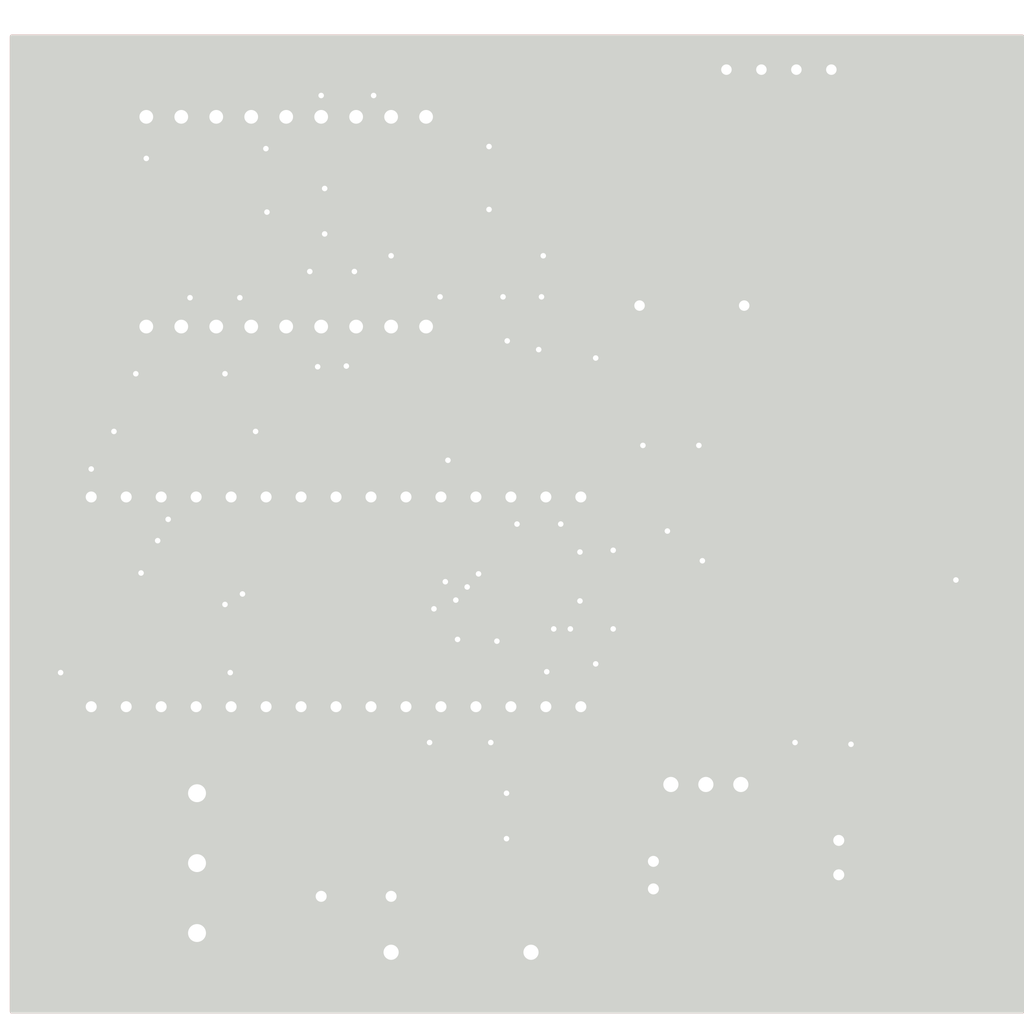
<source format=kicad_pcb>
(kicad_pcb (version 20171130) (host pcbnew "(5.1.5)-3")
  (layers (0 F.Cu signal) (31 B.Cu signal) (34 B.Paste user) (35 F.Paste user) (36 B.SilkS user) (37 F.SilkS user) (38 B.Mask user) (39 F.Mask user) (44 Edge.Cuts user))
  (net 0 "")
  (net 1 /RGB_DI)
  (net 2 +5V)
  (net 3 "Net-(A1-Pad28)")
  (net 4 GND)
  (net 5 /SEG_A)
  (net 6 /SEG_B)
  (net 7 /SEG_C)
  (net 8 /SEG_D)
  (net 9 /SEG_E)
  (net 10 /SEG_F)
  (net 11 /SEG_G)
  (net 12 /ECHO)
  (net 13 /TRIG)
  (net 14 /SEG_1)
  (net 15 /SEG_2)
  (net 16 /BUZZER)
  (net 17 "Net-(BZ1-Pad2)")
  (net 18 "Net-(C1-Pad1)")
  (net 19 "Net-(D1-Pad2)")
  (net 20 "Net-(D2-Pad1)")
  (net 21 "Net-(D2-Pad2)")
  (net 22 "Net-(D3-Pad2)")
  (net 23 "Net-(D4-Pad2)")
  (net 24 "Net-(D5-Pad2)")
  (net 25 "Net-(D6-Pad2)")
  (net 26 "Net-(Q1-Pad3)")
  (net 27 "Net-(Q1-Pad1)")
  (net 28 "Net-(Q2-Pad4)")
  (net 29 "Net-(Q3-Pad1)")
  (net 30 "Net-(Q4-Pad1)")
  (net 31 "Net-(Q4-Pad3)")
  (net 32 "Net-(Q5-Pad3)")
  (net 33 "Net-(Q5-Pad1)")
  (net 34 "Net-(R7-Pad1)")
  (net 35 "Net-(R8-Pad1)")
  (net 36 "Net-(R9-Pad1)")
  (net 37 "Net-(R10-Pad1)")
  (net 38 "Net-(R11-Pad1)")
  (net 39 "Net-(R12-Pad1)")
  (net 40 "Net-(R13-Pad1)")
  (net 41 "Net-(U1-Pad4)")
  (net 42 "Net-(U1-Pad9)")
  (net 43 12V)
  (net 44 R)
  (net 45 "Net-(C8-Pad2)")
  (net 46 "Net-(C9-Pad2)")
  (net 47 "Net-(R4-Pad1)")
  (net 48 "Net-(U4-Pad19)")
  (net 49 "Net-(U4-Pad22)")
  (net 50 "Net-(U4-Pad23)")
  (net 51 "Net-(U4-Pad24)")
  (net 52 "Net-(U4-Pad25)")
  (net 53 "Net-(U4-Pad26)")
  (net 54 "Net-(U4-Pad27)")
  (net 55 "Net-(U4-Pad28)")
  (net 56 "Net-(A1-Pad17)")
  (net 57 "Net-(A1-Pad19)")
  (net 58 "Net-(A1-Pad20)")
  (net 59 "Net-(A1-Pad21)")
  (net 60 "Net-(A1-Pad22)")
  (net 61 "Net-(A1-Pad23)")
  (net 62 "Net-(A1-Pad24)")
  (net 63 "Net-(A1-Pad25)")
  (net 64 "Net-(A1-Pad26)")
  (net 65 "Net-(A1-Pad27)")
  (net 66 /BTN)
  (net 67 "Net-(A1-Pad18)")
  (module LED_SMD:LED_WS2812B_PLCC4_5.0x5.0mm_P3.2mm (layer F.Cu) (at 82.804 27.178)
    (fp_text reference D6 (at 0 -3.5) (layer F.SilkS))
    (fp_text value WS2812B)
    (fp_text user 1 (at -4.15 -1.6) (layer F.SilkS))
    (pad 1 smd rect (at -2.45 -1.6) (size 1.5 1) (layers F.Cu F.Paste F.Mask) (net 2 +5V))
    (pad 2 smd rect (at -2.45 1.6) (size 1.5 1) (layers F.Cu F.Paste F.Mask) (net 25 "Net-(D6-Pad2)"))
    (pad 4 smd rect (at 2.45 -1.6) (size 1.5 1) (layers F.Cu F.Paste F.Mask) (net 24 "Net-(D5-Pad2)"))
    (pad 3 smd rect (at 2.45 1.6) (size 1.5 1) (layers F.Cu F.Paste F.Mask) (net 4 GND))
  )
  (module LED_SMD:LED_WS2812B_PLCC4_5.0x5.0mm_P3.2mm (layer F.Cu) (at 82.804 42.164)
    (fp_text reference D4 (at 0 -3.5) (layer F.SilkS))
    (fp_text value WS2812B)
    (fp_text user 1 (at -4.15 -1.6) (layer F.SilkS))
    (pad 1 smd rect (at -2.45 -1.6) (size 1.5 1) (layers F.Cu F.Paste F.Mask) (net 2 +5V))
    (pad 2 smd rect (at -2.45 1.6) (size 1.5 1) (layers F.Cu F.Paste F.Mask) (net 23 "Net-(D4-Pad2)"))
    (pad 4 smd rect (at 2.45 -1.6) (size 1.5 1) (layers F.Cu F.Paste F.Mask) (net 22 "Net-(D3-Pad2)"))
    (pad 3 smd rect (at 2.45 1.6) (size 1.5 1) (layers F.Cu F.Paste F.Mask) (net 4 GND))
  )
  (module LED_SMD:LED_WS2812B_PLCC4_5.0x5.0mm_P3.2mm (layer F.Cu) (at 82.804 49.784)
    (fp_text reference D3 (at 0 -3.5) (layer F.SilkS))
    (fp_text value WS2812B)
    (fp_text user 1 (at -4.15 -1.6) (layer F.SilkS))
    (pad 3 smd rect (at 2.45 1.6) (size 1.5 1) (layers F.Cu F.Paste F.Mask) (net 4 GND))
    (pad 4 smd rect (at 2.45 -1.6) (size 1.5 1) (layers F.Cu F.Paste F.Mask) (net 19 "Net-(D1-Pad2)"))
    (pad 2 smd rect (at -2.45 1.6) (size 1.5 1) (layers F.Cu F.Paste F.Mask) (net 22 "Net-(D3-Pad2)"))
    (pad 1 smd rect (at -2.45 -1.6) (size 1.5 1) (layers F.Cu F.Paste F.Mask) (net 2 +5V))
  )
  (module Module:Arduino_Nano (layer F.Cu) (at 56.7055 51.3715 270)
    (fp_text reference A1 (at 7.62 -5.08 90) (layer F.SilkS))
    (fp_text value Arduino_Nano_v3.x)
    (pad 1 thru_hole rect (at 0 0 270) (size 1.6 1.6) (drill 0.8) (layers *.Cu *.Mask) (net 66 /BTN))
    (pad 17 thru_hole oval (at 15.24 33.02 270) (size 1.6 1.6) (drill 0.8) (layers *.Cu *.Mask) (net 56 "Net-(A1-Pad17)"))
    (pad 2 thru_hole oval (at 0 2.54 270) (size 1.6 1.6) (drill 0.8) (layers *.Cu *.Mask) (net 1 /RGB_DI))
    (pad 18 thru_hole oval (at 15.24 30.48 270) (size 1.6 1.6) (drill 0.8) (layers *.Cu *.Mask) (net 67 "Net-(A1-Pad18)"))
    (pad 3 thru_hole oval (at 0 5.08 270) (size 1.6 1.6) (drill 0.8) (layers *.Cu *.Mask) (net 3 "Net-(A1-Pad28)"))
    (pad 19 thru_hole oval (at 15.24 27.94 270) (size 1.6 1.6) (drill 0.8) (layers *.Cu *.Mask) (net 57 "Net-(A1-Pad19)"))
    (pad 4 thru_hole oval (at 0 7.62 270) (size 1.6 1.6) (drill 0.8) (layers *.Cu *.Mask) (net 4 GND))
    (pad 20 thru_hole oval (at 15.24 25.4 270) (size 1.6 1.6) (drill 0.8) (layers *.Cu *.Mask) (net 58 "Net-(A1-Pad20)"))
    (pad 5 thru_hole oval (at 0 10.16 270) (size 1.6 1.6) (drill 0.8) (layers *.Cu *.Mask) (net 5 /SEG_A))
    (pad 21 thru_hole oval (at 15.24 22.86 270) (size 1.6 1.6) (drill 0.8) (layers *.Cu *.Mask) (net 59 "Net-(A1-Pad21)"))
    (pad 6 thru_hole oval (at 0 12.7 270) (size 1.6 1.6) (drill 0.8) (layers *.Cu *.Mask) (net 6 /SEG_B))
    (pad 22 thru_hole oval (at 15.24 20.32 270) (size 1.6 1.6) (drill 0.8) (layers *.Cu *.Mask) (net 60 "Net-(A1-Pad22)"))
    (pad 7 thru_hole oval (at 0 15.24 270) (size 1.6 1.6) (drill 0.8) (layers *.Cu *.Mask) (net 7 /SEG_C))
    (pad 23 thru_hole oval (at 15.24 17.78 270) (size 1.6 1.6) (drill 0.8) (layers *.Cu *.Mask) (net 61 "Net-(A1-Pad23)"))
    (pad 8 thru_hole oval (at 0 17.78 270) (size 1.6 1.6) (drill 0.8) (layers *.Cu *.Mask) (net 8 /SEG_D))
    (pad 24 thru_hole oval (at 15.24 15.24 270) (size 1.6 1.6) (drill 0.8) (layers *.Cu *.Mask) (net 62 "Net-(A1-Pad24)"))
    (pad 9 thru_hole oval (at 0 20.32 270) (size 1.6 1.6) (drill 0.8) (layers *.Cu *.Mask) (net 9 /SEG_E))
    (pad 25 thru_hole oval (at 15.24 12.7 270) (size 1.6 1.6) (drill 0.8) (layers *.Cu *.Mask) (net 63 "Net-(A1-Pad25)"))
    (pad 10 thru_hole oval (at 0 22.86 270) (size 1.6 1.6) (drill 0.8) (layers *.Cu *.Mask) (net 10 /SEG_F))
    (pad 26 thru_hole oval (at 15.24 10.16 270) (size 1.6 1.6) (drill 0.8) (layers *.Cu *.Mask) (net 64 "Net-(A1-Pad26)"))
    (pad 11 thru_hole oval (at 0 25.4 270) (size 1.6 1.6) (drill 0.8) (layers *.Cu *.Mask) (net 11 /SEG_G))
    (pad 27 thru_hole oval (at 15.24 7.62 270) (size 1.6 1.6) (drill 0.8) (layers *.Cu *.Mask) (net 65 "Net-(A1-Pad27)"))
    (pad 12 thru_hole oval (at 0 27.94 270) (size 1.6 1.6) (drill 0.8) (layers *.Cu *.Mask) (net 12 /ECHO))
    (pad 28 thru_hole oval (at 15.24 5.08 270) (size 1.6 1.6) (drill 0.8) (layers *.Cu *.Mask) (net 3 "Net-(A1-Pad28)"))
    (pad 13 thru_hole oval (at 0 30.48 270) (size 1.6 1.6) (drill 0.8) (layers *.Cu *.Mask) (net 13 /TRIG))
    (pad 29 thru_hole oval (at 15.24 2.54 270) (size 1.6 1.6) (drill 0.8) (layers *.Cu *.Mask) (net 4 GND))
    (pad 14 thru_hole oval (at 0 33.02 270) (size 1.6 1.6) (drill 0.8) (layers *.Cu *.Mask) (net 14 /SEG_1))
    (pad 30 thru_hole oval (at 15.24 0 270) (size 1.6 1.6) (drill 0.8) (layers *.Cu *.Mask) (net 2 +5V))
    (pad 15 thru_hole oval (at 0 35.56 270) (size 1.6 1.6) (drill 0.8) (layers *.Cu *.Mask) (net 15 /SEG_2))
    (pad 16 thru_hole oval (at 15.24 35.56 270) (size 1.6 1.6) (drill 0.8) (layers *.Cu *.Mask) (net 16 /BUZZER))
  )
  (module Resistor_SMD:R_0805_2012Metric (layer F.Cu) (at 39.0525 71.3105 180)
    (fp_text reference R4 (at -1.8415 1.7145) (layer F.SilkS))
    (fp_text value 1k)
    (pad 1 smd roundrect (at -0.9375 0 180) (size 0.975 1.4) (layers F.Cu F.Paste F.Mask) (net 47 "Net-(R4-Pad1)"))
    (pad 2 smd roundrect (at 0.9375 0 180) (size 0.975 1.4) (layers F.Cu F.Paste F.Mask) (net 4 GND))
  )
  (module "MYCONN:16MHz cristal oscillator" (layer F.Cu) (at 69.215 59.69 270)
    (fp_text reference Y1 (at 0 1.6 90) (layer F.SilkS))
    (fp_text value Crystal)
    (pad 1 smd rect (at 6.2 0 270) (size 2.5 1.5) (layers F.Cu F.Paste F.Mask) (net 45 "Net-(C8-Pad2)"))
    (pad 2 smd rect (at -6.2 0 270) (size 2.5 1.5) (layers F.Cu F.Paste F.Mask) (net 46 "Net-(C9-Pad2)"))
  )
  (module Package_QFP:TQFP-32_7x7mm_P0.8mm (layer F.Cu) (at 48.065 59.3915 180)
    (fp_text reference U4 (at 6.409 4.0195) (layer F.SilkS))
    (fp_text value ATmega328-AU)
    (pad 1 smd rect (at -4.25 -2.8 180) (size 1.6 0.55) (layers F.Cu F.Paste F.Mask) (net 6 /SEG_B))
    (pad 2 smd rect (at -4.25 -2 180) (size 1.6 0.55) (layers F.Cu F.Paste F.Mask) (net 7 /SEG_C))
    (pad 3 smd rect (at -4.25 -1.2 180) (size 1.6 0.55) (layers F.Cu F.Paste F.Mask) (net 4 GND))
    (pad 4 smd rect (at -4.25 -0.4 180) (size 1.6 0.55) (layers F.Cu F.Paste F.Mask) (net 2 +5V))
    (pad 5 smd rect (at -4.25 0.4 180) (size 1.6 0.55) (layers F.Cu F.Paste F.Mask) (net 4 GND))
    (pad 6 smd rect (at -4.25 1.2 180) (size 1.6 0.55) (layers F.Cu F.Paste F.Mask) (net 2 +5V))
    (pad 7 smd rect (at -4.25 2 180) (size 1.6 0.55) (layers F.Cu F.Paste F.Mask) (net 45 "Net-(C8-Pad2)"))
    (pad 8 smd rect (at -4.25 2.8 180) (size 1.6 0.55) (layers F.Cu F.Paste F.Mask) (net 46 "Net-(C9-Pad2)"))
    (pad 9 smd rect (at -2.8 4.25 270) (size 1.6 0.55) (layers F.Cu F.Paste F.Mask) (net 8 /SEG_D))
    (pad 10 smd rect (at -2 4.25 270) (size 1.6 0.55) (layers F.Cu F.Paste F.Mask) (net 9 /SEG_E))
    (pad 11 smd rect (at -1.2 4.25 270) (size 1.6 0.55) (layers F.Cu F.Paste F.Mask) (net 10 /SEG_F))
    (pad 12 smd rect (at -0.4 4.25 270) (size 1.6 0.55) (layers F.Cu F.Paste F.Mask) (net 11 /SEG_G))
    (pad 13 smd rect (at 0.4 4.25 270) (size 1.6 0.55) (layers F.Cu F.Paste F.Mask) (net 12 /ECHO))
    (pad 14 smd rect (at 1.2 4.25 270) (size 1.6 0.55) (layers F.Cu F.Paste F.Mask) (net 13 /TRIG))
    (pad 15 smd rect (at 2 4.25 270) (size 1.6 0.55) (layers F.Cu F.Paste F.Mask) (net 14 /SEG_1))
    (pad 16 smd rect (at 2.8 4.25 270) (size 1.6 0.55) (layers F.Cu F.Paste F.Mask) (net 15 /SEG_2))
    (pad 17 smd rect (at 4.25 2.8 180) (size 1.6 0.55) (layers F.Cu F.Paste F.Mask) (net 16 /BUZZER))
    (pad 18 smd rect (at 4.25 2 180) (size 1.6 0.55) (layers F.Cu F.Paste F.Mask) (net 2 +5V))
    (pad 19 smd rect (at 4.25 1.2 180) (size 1.6 0.55) (layers F.Cu F.Paste F.Mask) (net 48 "Net-(U4-Pad19)"))
    (pad 20 smd rect (at 4.25 0.4 180) (size 1.6 0.55) (layers F.Cu F.Paste F.Mask) (net 67 "Net-(A1-Pad18)"))
    (pad 21 smd rect (at 4.25 -0.4 180) (size 1.6 0.55) (layers F.Cu F.Paste F.Mask) (net 4 GND))
    (pad 22 smd rect (at 4.25 -1.2 180) (size 1.6 0.55) (layers F.Cu F.Paste F.Mask) (net 49 "Net-(U4-Pad22)"))
    (pad 23 smd rect (at 4.25 -2 180) (size 1.6 0.55) (layers F.Cu F.Paste F.Mask) (net 50 "Net-(U4-Pad23)"))
    (pad 24 smd rect (at 4.25 -2.8 180) (size 1.6 0.55) (layers F.Cu F.Paste F.Mask) (net 51 "Net-(U4-Pad24)"))
    (pad 25 smd rect (at 2.8 -4.25 270) (size 1.6 0.55) (layers F.Cu F.Paste F.Mask) (net 52 "Net-(U4-Pad25)"))
    (pad 26 smd rect (at 2 -4.25 270) (size 1.6 0.55) (layers F.Cu F.Paste F.Mask) (net 53 "Net-(U4-Pad26)"))
    (pad 27 smd rect (at 1.2 -4.25 270) (size 1.6 0.55) (layers F.Cu F.Paste F.Mask) (net 54 "Net-(U4-Pad27)"))
    (pad 28 smd rect (at 0.4 -4.25 270) (size 1.6 0.55) (layers F.Cu F.Paste F.Mask) (net 55 "Net-(U4-Pad28)"))
    (pad 29 smd rect (at -0.4 -4.25 270) (size 1.6 0.55) (layers F.Cu F.Paste F.Mask) (net 47 "Net-(R4-Pad1)"))
    (pad 30 smd rect (at -1.2 -4.25 270) (size 1.6 0.55) (layers F.Cu F.Paste F.Mask) (net 1 /RGB_DI))
    (pad 31 smd rect (at -2 -4.25 270) (size 1.6 0.55) (layers F.Cu F.Paste F.Mask) (net 66 /BTN))
    (pad 32 smd rect (at -2.8 -4.25 270) (size 1.6 0.55) (layers F.Cu F.Paste F.Mask) (net 5 /SEG_A))
  )
  (module Display_7Segment:DA56-11SEKWA (layer F.Cu) (at 25.146 38.989 90)
    (fp_text reference U1 (at 0 -4 90) (layer F.SilkS))
    (fp_text value DC56-11SEKWA)
    (pad 1 thru_hole rect (at 0 0 90) (size 1.5 1.5) (drill 1) (layers *.Cu *.Mask) (net 38 "Net-(R11-Pad1)"))
    (pad 2 thru_hole circle (at 0 2.54 90) (size 1.5 1.5) (drill 1) (layers *.Cu *.Mask) (net 37 "Net-(R10-Pad1)"))
    (pad 3 thru_hole circle (at 0 5.08 90) (size 1.5 1.5) (drill 1) (layers *.Cu *.Mask) (net 36 "Net-(R9-Pad1)"))
    (pad 4 thru_hole circle (at 0 7.62 90) (size 1.5 1.5) (drill 1) (layers *.Cu *.Mask) (net 41 "Net-(U1-Pad4)"))
    (pad 5 thru_hole circle (at 0 10.16 90) (size 1.5 1.5) (drill 1) (layers *.Cu *.Mask) (net 38 "Net-(R11-Pad1)"))
    (pad 6 thru_hole circle (at 0 12.7 90) (size 1.5 1.5) (drill 1) (layers *.Cu *.Mask) (net 37 "Net-(R10-Pad1)"))
    (pad 7 thru_hole circle (at 0 15.24 90) (size 1.5 1.5) (drill 1) (layers *.Cu *.Mask) (net 40 "Net-(R13-Pad1)"))
    (pad 8 thru_hole circle (at 0 17.78 90) (size 1.5 1.5) (drill 1) (layers *.Cu *.Mask) (net 36 "Net-(R9-Pad1)"))
    (pad 9 thru_hole circle (at 0 20.32 90) (size 1.5 1.5) (drill 1) (layers *.Cu *.Mask) (net 42 "Net-(U1-Pad9)"))
    (pad 10 thru_hole circle (at 15.24 20.32 90) (size 1.5 1.5) (drill 1) (layers *.Cu *.Mask) (net 35 "Net-(R8-Pad1)"))
    (pad 11 thru_hole circle (at 15.24 17.78 90) (size 1.5 1.5) (drill 1) (layers *.Cu *.Mask) (net 34 "Net-(R7-Pad1)"))
    (pad 12 thru_hole circle (at 15.24 15.24 90) (size 1.5 1.5) (drill 1) (layers *.Cu *.Mask) (net 39 "Net-(R12-Pad1)"))
    (pad 13 thru_hole circle (at 15.24 12.7 90) (size 1.5 1.5) (drill 1) (layers *.Cu *.Mask) (net 32 "Net-(Q5-Pad3)"))
    (pad 14 thru_hole circle (at 15.24 10.16 90) (size 1.5 1.5) (drill 1) (layers *.Cu *.Mask) (net 31 "Net-(Q4-Pad3)"))
    (pad 15 thru_hole circle (at 15.24 7.62 90) (size 1.5 1.5) (drill 1) (layers *.Cu *.Mask) (net 35 "Net-(R8-Pad1)"))
    (pad 16 thru_hole circle (at 15.24 5.08 90) (size 1.5 1.5) (drill 1) (layers *.Cu *.Mask) (net 34 "Net-(R7-Pad1)"))
    (pad 17 thru_hole circle (at 15.24 2.54 90) (size 1.5 1.5) (drill 1) (layers *.Cu *.Mask) (net 40 "Net-(R13-Pad1)"))
    (pad 18 thru_hole circle (at 15.24 0 90) (size 1.5 1.5) (drill 1) (layers *.Cu *.Mask) (net 39 "Net-(R12-Pad1)"))
  )
  (module MYCONN:BUZZER (layer F.Cu) (at 64.77 37.465 180)
    (fp_text reference BZ1 (at 0 3 180) (layer F.SilkS))
    (fp_text value Buzzer)
    (pad 2 thru_hole circle (at 3.8 0 180) (size 1.524 1.524) (drill 0.762) (layers *.Cu *.Mask) (net 17 "Net-(BZ1-Pad2)"))
    (pad 1 thru_hole rect (at -3.8 0 180) (size 1.524 1.524) (drill 0.762) (layers *.Cu *.Mask) (net 2 +5V))
  )
  (module Capacitor_THT:CP_Radial_D5.0mm_P2.00mm (layer F.Cu) (at 61.976 77.851 270)
    (fp_text reference C1 (at 1 -3.75 90) (layer F.SilkS))
    (fp_text value 100u/25V)
    (pad 1 thru_hole rect (at 0 0 270) (size 1.6 1.6) (drill 0.8) (layers *.Cu *.Mask) (net 18 "Net-(C1-Pad1)"))
    (pad 2 thru_hole circle (at 2 0 270) (size 1.6 1.6) (drill 0.8) (layers *.Cu *.Mask) (net 4 GND))
  )
  (module Capacitor_SMD:C_0805_2012Metric (layer F.Cu) (at 57.15 70.485 90)
    (fp_text reference C2 (at 0 -1.65 90) (layer F.SilkS))
    (fp_text value 100n)
    (pad 1 smd roundrect (at -0.9375 0 90) (size 0.975 1.4) (layers F.Cu F.Paste F.Mask) (net 18 "Net-(C1-Pad1)"))
    (pad 2 smd roundrect (at 0.9375 0 90) (size 0.975 1.4) (layers F.Cu F.Paste F.Mask) (net 4 GND))
  )
  (module Capacitor_SMD:C_0805_2012Metric (layer F.Cu) (at 68.834 77.851 180)
    (fp_text reference C3 (at 0 -1.65) (layer F.SilkS))
    (fp_text value 100n)
    (pad 2 smd roundrect (at 0.9375 0 180) (size 0.975 1.4) (layers F.Cu F.Paste F.Mask) (net 4 GND))
    (pad 1 smd roundrect (at -0.9375 0 180) (size 0.975 1.4) (layers F.Cu F.Paste F.Mask) (net 2 +5V))
  )
  (module Capacitor_THT:CP_Radial_D5.0mm_P2.50mm (layer F.Cu) (at 75.438 76.327 270)
    (fp_text reference C4 (at 1.25 -3.75 90) (layer F.SilkS))
    (fp_text value 100u/6.3V)
    (pad 1 thru_hole rect (at 0 0 270) (size 1.6 1.6) (drill 0.8) (layers *.Cu *.Mask) (net 2 +5V))
    (pad 2 thru_hole circle (at 2.5 0 270) (size 1.6 1.6) (drill 0.8) (layers *.Cu *.Mask) (net 4 GND))
  )
  (module Capacitor_SMD:C_0805_2012Metric (layer F.Cu) (at 76.2 64.897 270)
    (fp_text reference C5 (at 0 -1.65 90) (layer F.SilkS))
    (fp_text value 10n)
    (pad 1 smd roundrect (at -0.9375 0 270) (size 0.975 1.4) (layers F.Cu F.Paste F.Mask) (net 2 +5V))
    (pad 2 smd roundrect (at 0.9375 0 270) (size 0.975 1.4) (layers F.Cu F.Paste F.Mask) (net 4 GND))
  )
  (module Capacitor_SMD:C_0805_2012Metric (layer F.Cu) (at 76.327 33.147 180)
    (fp_text reference C6 (at 0 -1.65) (layer F.SilkS))
    (fp_text value 100n)
    (pad 2 smd roundrect (at 0.9375 0 180) (size 0.975 1.4) (layers F.Cu F.Paste F.Mask) (net 4 GND))
    (pad 1 smd roundrect (at -0.9375 0 180) (size 0.975 1.4) (layers F.Cu F.Paste F.Mask) (net 2 +5V))
  )
  (module LED_SMD:LED_WS2812B_PLCC4_5.0x5.0mm_P3.2mm (layer F.Cu) (at 82.804 57.404)
    (fp_text reference D1 (at 0 -3.5) (layer F.SilkS))
    (fp_text value WS2812B)
    (fp_text user 1 (at -4.191 -1.651) (layer F.SilkS))
    (pad 3 smd rect (at 2.45 1.6) (size 1.5 1) (layers F.Cu F.Paste F.Mask) (net 4 GND))
    (pad 4 smd rect (at 2.45 -1.6) (size 1.5 1) (layers F.Cu F.Paste F.Mask) (net 1 /RGB_DI))
    (pad 2 smd rect (at -2.45 1.6) (size 1.5 1) (layers F.Cu F.Paste F.Mask) (net 19 "Net-(D1-Pad2)"))
    (pad 1 smd rect (at -2.45 -1.6) (size 1.5 1) (layers F.Cu F.Paste F.Mask) (net 2 +5V))
  )
  (module Diode_THT:D_DO-41_SOD81_P10.16mm_Horizontal (layer F.Cu) (at 53.086 84.455 180)
    (fp_text reference D2 (at 5.08 -2.47) (layer F.SilkS))
    (fp_text value 1N4001)
    (fp_text user K (at 0 -2.1) (layer F.SilkS))
    (pad 1 thru_hole rect (at 0 0 180) (size 2.2 2.2) (drill 1.1) (layers *.Cu *.Mask) (net 20 "Net-(D2-Pad1)"))
    (pad 2 thru_hole oval (at 10.16 0 180) (size 2.2 2.2) (drill 1.1) (layers *.Cu *.Mask) (net 21 "Net-(D2-Pad2)"))
  )
  (module LED_SMD:LED_WS2812B_PLCC4_5.0x5.0mm_P3.2mm (layer F.Cu) (at 82.804 34.798)
    (fp_text reference D5 (at 0 -3.5) (layer F.SilkS))
    (fp_text value WS2812B)
    (fp_text user 1 (at -4.15 -1.6) (layer F.SilkS))
    (pad 3 smd rect (at 2.45 1.6) (size 1.5 1) (layers F.Cu F.Paste F.Mask) (net 4 GND))
    (pad 4 smd rect (at 2.45 -1.6) (size 1.5 1) (layers F.Cu F.Paste F.Mask) (net 23 "Net-(D4-Pad2)"))
    (pad 2 smd rect (at -2.45 1.6) (size 1.5 1) (layers F.Cu F.Paste F.Mask) (net 24 "Net-(D5-Pad2)"))
    (pad 1 smd rect (at -2.45 -1.6) (size 1.5 1) (layers F.Cu F.Paste F.Mask) (net 2 +5V))
  )
  (module Resistor_THT:R_Axial_DIN0207_L6.3mm_D2.5mm_P5.08mm_Vertical (layer F.Cu) (at 42.926 80.391 180)
    (fp_text reference F1 (at 2.54 -2.37) (layer F.SilkS))
    (fp_text value Fuse)
    (pad 1 thru_hole circle (at 0 0 180) (size 1.6 1.6) (drill 0.8) (layers *.Cu *.Mask) (net 21 "Net-(D2-Pad2)"))
    (pad 2 thru_hole oval (at 5.08 0 180) (size 1.6 1.6) (drill 0.8) (layers *.Cu *.Mask) (net 43 12V))
  )
  (module TerminalBlock_Phoenix:TerminalBlock_Phoenix_MKDS-3-3-5.08_1x03_P5.08mm_Horizontal (layer F.Cu) (at 28.829 83.058 90)
    (fp_text reference J1 (at 5.08 -6.96 90) (layer F.SilkS))
    (fp_text value Screw_Terminal_01x03)
    (pad 1 thru_hole rect (at 0 0 90) (size 2.6 2.6) (drill 1.3) (layers *.Cu *.Mask) (net 43 12V))
    (pad 2 thru_hole circle (at 5.08 0 90) (size 2.6 2.6) (drill 1.3) (layers *.Cu *.Mask) (net 4 GND))
    (pad 3 thru_hole circle (at 10.16 0 90) (size 2.6 2.6) (drill 1.3) (layers *.Cu *.Mask) (net 44 R))
  )
  (module Package_TO_SOT_SMD:SOT-23 (layer F.Cu) (at 43.7515 74.4855 270)
    (fp_text reference Q1 (at -2.5 0) (layer F.SilkS))
    (fp_text value BC817)
    (pad 3 smd rect (at 0 -1) (size 0.9 0.8) (layers F.Cu F.Paste F.Mask) (net 26 "Net-(Q1-Pad3)"))
    (pad 2 smd rect (at 0.95 1) (size 0.9 0.8) (layers F.Cu F.Paste F.Mask) (net 4 GND))
    (pad 1 smd rect (at -0.95 1) (size 0.9 0.8) (layers F.Cu F.Paste F.Mask) (net 27 "Net-(Q1-Pad1)"))
  )
  (module Package_SO:SOIC-8_3.9x4.9mm_P1.27mm (layer F.Cu) (at 55.1815 77.7875 270)
    (fp_text reference Q2 (at -0.1905 -3.4925 90) (layer F.SilkS))
    (fp_text value IRF7404)
    (pad 1 smd roundrect (at -2.475 -1.905 270) (size 1.95 0.6) (layers F.Cu F.Paste F.Mask) (net 20 "Net-(D2-Pad1)"))
    (pad 2 smd roundrect (at -2.475 -0.635 270) (size 1.95 0.6) (layers F.Cu F.Paste F.Mask) (net 20 "Net-(D2-Pad1)"))
    (pad 3 smd roundrect (at -2.475 0.635 270) (size 1.95 0.6) (layers F.Cu F.Paste F.Mask) (net 20 "Net-(D2-Pad1)"))
    (pad 4 smd roundrect (at -2.475 1.905 270) (size 1.95 0.6) (layers F.Cu F.Paste F.Mask) (net 28 "Net-(Q2-Pad4)"))
    (pad 5 smd roundrect (at 2.475 1.905 270) (size 1.95 0.6) (layers F.Cu F.Paste F.Mask) (net 18 "Net-(C1-Pad1)"))
    (pad 6 smd roundrect (at 2.475 0.635 270) (size 1.95 0.6) (layers F.Cu F.Paste F.Mask) (net 18 "Net-(C1-Pad1)"))
    (pad 7 smd roundrect (at 2.475 -0.635 270) (size 1.95 0.6) (layers F.Cu F.Paste F.Mask) (net 18 "Net-(C1-Pad1)"))
    (pad 8 smd roundrect (at 2.475 -1.905 270) (size 1.95 0.6) (layers F.Cu F.Paste F.Mask) (net 18 "Net-(C1-Pad1)"))
  )
  (module Package_TO_SOT_SMD:SOT-23 (layer F.Cu) (at 29.5275 56.1975)
    (fp_text reference Q3 (at -2.5 0 90) (layer F.SilkS))
    (fp_text value BC817)
    (pad 1 smd rect (at -0.95 1 90) (size 0.9 0.8) (layers F.Cu F.Paste F.Mask) (net 29 "Net-(Q3-Pad1)"))
    (pad 2 smd rect (at 0.95 1 90) (size 0.9 0.8) (layers F.Cu F.Paste F.Mask) (net 4 GND))
    (pad 3 smd rect (at 0 -1 90) (size 0.9 0.8) (layers F.Cu F.Paste F.Mask) (net 17 "Net-(BZ1-Pad2)"))
  )
  (module Package_TO_SOT_SMD:SOT-23 (layer F.Cu) (at 23.8125 60.833 270)
    (fp_text reference Q4 (at -2.5 0) (layer F.SilkS))
    (fp_text value BC817)
    (pad 1 smd rect (at -0.95 1) (size 0.9 0.8) (layers F.Cu F.Paste F.Mask) (net 30 "Net-(Q4-Pad1)"))
    (pad 2 smd rect (at 0.95 1) (size 0.9 0.8) (layers F.Cu F.Paste F.Mask) (net 4 GND))
    (pad 3 smd rect (at 0 -1) (size 0.9 0.8) (layers F.Cu F.Paste F.Mask) (net 31 "Net-(Q4-Pad3)"))
  )
  (module Package_TO_SOT_SMD:SOT-23 (layer F.Cu) (at 28.194 44.069 90)
    (fp_text reference Q5 (at -2.5 0) (layer F.SilkS))
    (fp_text value BC817)
    (pad 3 smd rect (at 0 -1 180) (size 0.9 0.8) (layers F.Cu F.Paste F.Mask) (net 32 "Net-(Q5-Pad3)"))
    (pad 2 smd rect (at 0.95 1 180) (size 0.9 0.8) (layers F.Cu F.Paste F.Mask) (net 4 GND))
    (pad 1 smd rect (at -0.95 1 180) (size 0.9 0.8) (layers F.Cu F.Paste F.Mask) (net 33 "Net-(Q5-Pad1)"))
  )
  (module Resistor_SMD:R_0805_2012Metric (layer F.Cu) (at 47.498 78.867 90)
    (fp_text reference R1 (at 0 -1.65 90) (layer F.SilkS))
    (fp_text value 1k)
    (pad 2 smd roundrect (at 0.9375 0 90) (size 0.975 1.4) (layers F.Cu F.Paste F.Mask) (net 26 "Net-(Q1-Pad3)"))
    (pad 1 smd roundrect (at -0.9375 0 90) (size 0.975 1.4) (layers F.Cu F.Paste F.Mask) (net 20 "Net-(D2-Pad1)"))
  )
  (module Resistor_SMD:R_0805_2012Metric (layer F.Cu) (at 48.4505 74.4855 180)
    (fp_text reference R2 (at 0 -1.65) (layer F.SilkS))
    (fp_text value 10k)
    (pad 1 smd roundrect (at -0.9375 0 180) (size 0.975 1.4) (layers F.Cu F.Paste F.Mask) (net 28 "Net-(Q2-Pad4)"))
    (pad 2 smd roundrect (at 0.9375 0 180) (size 0.975 1.4) (layers F.Cu F.Paste F.Mask) (net 26 "Net-(Q1-Pad3)"))
  )
  (module Resistor_SMD:R_0805_2012Metric (layer F.Cu) (at 39.0525 73.533 180)
    (fp_text reference R3 (at -0.0635 -1.905) (layer F.SilkS))
    (fp_text value 3.3k)
    (pad 2 smd roundrect (at 0.9375 0 180) (size 0.975 1.4) (layers F.Cu F.Paste F.Mask) (net 44 R))
    (pad 1 smd roundrect (at -0.9375 0 180) (size 0.975 1.4) (layers F.Cu F.Paste F.Mask) (net 27 "Net-(Q1-Pad1)"))
  )
  (module Resistor_SMD:R_0805_2012Metric (layer F.Cu) (at 71.12 48.26 270)
    (fp_text reference R4 (at -0.288501 -1.662001 90) (layer F.SilkS))
    (fp_text value 10k)
    (pad 1 smd roundrect (at -0.9375 0 270) (size 0.975 1.4) (layers F.Cu F.Paste F.Mask) (net 2 +5V))
    (pad 2 smd roundrect (at 0.9375 0 270) (size 0.975 1.4) (layers F.Cu F.Paste F.Mask) (net 3 "Net-(A1-Pad28)"))
  )
  (module Resistor_SMD:R_0805_2012Metric (layer F.Cu) (at 28.5115 60.3885 180)
    (fp_text reference R5 (at 0 -1.65) (layer F.SilkS))
    (fp_text value 1k)
    (pad 2 smd roundrect (at 0.9375 0 180) (size 0.975 1.4) (layers F.Cu F.Paste F.Mask) (net 16 /BUZZER))
    (pad 1 smd roundrect (at -0.9375 0 180) (size 0.975 1.4) (layers F.Cu F.Paste F.Mask) (net 29 "Net-(Q3-Pad1)"))
  )
  (module Resistor_SMD:R_0805_2012Metric (layer F.Cu) (at 23.7005 55.372)
    (fp_text reference R6 (at 0 -1.65) (layer F.SilkS))
    (fp_text value 1k)
    (pad 1 smd roundrect (at -0.9375 0) (size 0.975 1.4) (layers F.Cu F.Paste F.Mask) (net 30 "Net-(Q4-Pad1)"))
    (pad 2 smd roundrect (at 0.9375 0) (size 0.975 1.4) (layers F.Cu F.Paste F.Mask) (net 14 /SEG_1))
  )
  (module Resistor_SMD:R_0805_2012Metric (layer F.Cu) (at 55.626 44.069 270)
    (fp_text reference R7 (at 0 -1.65 90) (layer F.SilkS))
    (fp_text value 330)
    (pad 1 smd roundrect (at -0.9375 0 270) (size 0.975 1.4) (layers F.Cu F.Paste F.Mask) (net 34 "Net-(R7-Pad1)"))
    (pad 2 smd roundrect (at 0.9375 0 270) (size 0.975 1.4) (layers F.Cu F.Paste F.Mask) (net 5 /SEG_A))
  )
  (module Resistor_SMD:R_0805_2012Metric (layer F.Cu) (at 52.578 44.069 270)
    (fp_text reference R8 (at 0.376499 -1.181501 90) (layer F.SilkS))
    (fp_text value 330)
    (pad 2 smd roundrect (at 0.9375 0 270) (size 0.975 1.4) (layers F.Cu F.Paste F.Mask) (net 6 /SEG_B))
    (pad 1 smd roundrect (at -0.9375 0 270) (size 0.975 1.4) (layers F.Cu F.Paste F.Mask) (net 35 "Net-(R8-Pad1)"))
  )
  (module Resistor_SMD:R_0805_2012Metric (layer F.Cu) (at 49.53 44.069 270)
    (fp_text reference R9 (at 0.3025 -1.397 90) (layer F.SilkS))
    (fp_text value 330)
    (pad 1 smd roundrect (at -0.9375 0 270) (size 0.975 1.4) (layers F.Cu F.Paste F.Mask) (net 36 "Net-(R9-Pad1)"))
    (pad 2 smd roundrect (at 0.9375 0 270) (size 0.975 1.4) (layers F.Cu F.Paste F.Mask) (net 7 /SEG_C))
  )
  (module Resistor_SMD:R_0805_2012Metric (layer F.Cu) (at 46.228 44.069 270)
    (fp_text reference R10 (at 0 -1.65 90) (layer F.SilkS))
    (fp_text value 330)
    (pad 2 smd roundrect (at 0.9375 0 270) (size 0.975 1.4) (layers F.Cu F.Paste F.Mask) (net 8 /SEG_D))
    (pad 1 smd roundrect (at -0.9375 0 270) (size 0.975 1.4) (layers F.Cu F.Paste F.Mask) (net 37 "Net-(R10-Pad1)"))
  )
  (module Resistor_SMD:R_0805_2012Metric (layer F.Cu) (at 42.672 44.069 270)
    (fp_text reference R11 (at 0 -1.65 90) (layer F.SilkS))
    (fp_text value 330)
    (pad 1 smd roundrect (at -0.9375 0 270) (size 0.975 1.4) (layers F.Cu F.Paste F.Mask) (net 38 "Net-(R11-Pad1)"))
    (pad 2 smd roundrect (at 0.9375 0 270) (size 0.975 1.4) (layers F.Cu F.Paste F.Mask) (net 9 /SEG_E))
  )
  (module Resistor_SMD:R_0805_2012Metric (layer F.Cu) (at 39.37 44.069 270)
    (fp_text reference R12 (at 0 -1.65 90) (layer F.SilkS))
    (fp_text value 330)
    (pad 2 smd roundrect (at 0.9375 0 270) (size 0.975 1.4) (layers F.Cu F.Paste F.Mask) (net 10 /SEG_F))
    (pad 1 smd roundrect (at -0.9375 0 270) (size 0.975 1.4) (layers F.Cu F.Paste F.Mask) (net 39 "Net-(R12-Pad1)"))
  )
  (module Resistor_SMD:R_0805_2012Metric (layer F.Cu) (at 35.306 44.069 270)
    (fp_text reference R13 (at 0 -1.524 90) (layer F.SilkS))
    (fp_text value 330)
    (pad 1 smd roundrect (at -0.9375 0 270) (size 0.975 1.4) (layers F.Cu F.Paste F.Mask) (net 40 "Net-(R13-Pad1)"))
    (pad 2 smd roundrect (at 0.9375 0 270) (size 0.975 1.4) (layers F.Cu F.Paste F.Mask) (net 11 /SEG_G))
  )
  (module Resistor_SMD:R_0805_2012Metric (layer F.Cu) (at 33.02 44.069 270)
    (fp_text reference R14 (at 0 1.778 90) (layer F.SilkS))
    (fp_text value 1k)
    (pad 2 smd roundrect (at 0.9375 0 270) (size 0.975 1.4) (layers F.Cu F.Paste F.Mask) (net 15 /SEG_2))
    (pad 1 smd roundrect (at -0.9375 0 270) (size 0.975 1.4) (layers F.Cu F.Paste F.Mask) (net 33 "Net-(Q5-Pad1)"))
  )
  (module Package_TO_SOT_THT:TO-220-3_Vertical (layer F.Cu) (at 63.246 72.263)
    (fp_text reference U2 (at 2.54 -4.27) (layer F.SilkS))
    (fp_text value LM7805_TO220)
    (pad 1 thru_hole rect (at 0 0) (size 1.905 2) (drill 1.1) (layers *.Cu *.Mask) (net 18 "Net-(C1-Pad1)"))
    (pad 2 thru_hole oval (at 2.54 0) (size 1.905 2) (drill 1.1) (layers *.Cu *.Mask) (net 4 GND))
    (pad 3 thru_hole oval (at 5.08 0) (size 1.905 2) (drill 1.1) (layers *.Cu *.Mask) (net 2 +5V))
  )
  (module MYCONN:HC-SR04 (layer F.Cu) (at 71.12 20.32)
    (fp_text reference U3 (at 0 1.8) (layer F.SilkS))
    (fp_text value HC-SR04)
    (pad 2 thru_hole circle (at -1.3 0) (size 1.524 1.524) (drill 0.762) (layers *.Cu *.Mask) (net 13 /TRIG))
    (pad 3 thru_hole circle (at 1.24 0) (size 1.524 1.524) (drill 0.762) (layers *.Cu *.Mask) (net 12 /ECHO))
    (pad 4 thru_hole circle (at 3.78 0) (size 1.524 1.524) (drill 0.762) (layers *.Cu *.Mask) (net 4 GND))
    (pad 1 thru_hole rect (at -3.84 0) (size 1.524 1.524) (drill 0.762) (layers *.Cu *.Mask) (net 2 +5V))
  )
  (module Capacitor_SMD:C_0805_2012Metric (layer F.Cu) (at 37.465 59.944 270)
    (fp_text reference C7 (at -0.254 -1.651 90) (layer F.SilkS))
    (fp_text value 100n)
    (pad 1 smd roundrect (at -0.9375 0 270) (size 0.975 1.4) (layers F.Cu F.Paste F.Mask) (net 67 "Net-(A1-Pad18)"))
    (pad 2 smd roundrect (at 0.9375 0 270) (size 0.975 1.4) (layers F.Cu F.Paste F.Mask) (net 4 GND))
  )
  (module Capacitor_SMD:C_0805_2012Metric (layer F.Cu) (at 62.992 67.5005)
    (fp_text reference C8 (at 0 -1.65 180) (layer F.SilkS))
    (fp_text value 1p)
    (pad 2 smd roundrect (at 0.9375 0) (size 0.975 1.4) (layers F.Cu F.Paste F.Mask) (net 45 "Net-(C8-Pad2)"))
    (pad 1 smd roundrect (at -0.9375 0) (size 0.975 1.4) (layers F.Cu F.Paste F.Mask) (net 4 GND))
  )
  (module Capacitor_SMD:C_0805_2012Metric (layer F.Cu) (at 67.1195 50.3555)
    (fp_text reference C9 (at 0 -1.65) (layer F.SilkS))
    (fp_text value 1p)
    (pad 1 smd roundrect (at -0.9375 0) (size 0.975 1.4) (layers F.Cu F.Paste F.Mask) (net 4 GND))
    (pad 2 smd roundrect (at 0.9375 0) (size 0.975 1.4) (layers F.Cu F.Paste F.Mask) (net 46 "Net-(C9-Pad2)"))
  )
  (module Resistor_SMD:R_0805_2012Metric (layer F.Cu) (at 59.69 44.084 270)
    (fp_text reference R15 (at 0 -1.65 90) (layer F.SilkS))
    (fp_text value 1k)
    (pad 1 smd roundrect (at -0.9375 0 270) (size 0.975 1.4) (layers F.Cu F.Paste F.Mask) (net 2 +5V))
    (pad 2 smd roundrect (at 0.9375 0 270) (size 0.975 1.4) (layers F.Cu F.Paste F.Mask) (net 3 "Net-(A1-Pad28)"))
  )
  (module Button_Switch_SMD:SW_SPST_B3S-1000 (layer F.Cu) (at 57.15 25.4 180)
    (fp_text reference SW1 (at 0 -4.5) (layer F.SilkS))
    (fp_text value SW_Push)
    (pad 1 smd rect (at -3.975 -2.25 180) (size 1.55 1.3) (layers F.Cu F.Paste F.Mask) (net 66 /BTN))
    (pad 1 smd rect (at 3.975 -2.25 180) (size 1.55 1.3) (layers F.Cu F.Paste F.Mask) (net 66 /BTN))
    (pad 2 smd rect (at -3.975 2.25 180) (size 1.55 1.3) (layers F.Cu F.Paste F.Mask) (net 4 GND))
    (pad 2 smd rect (at 3.975 2.25 180) (size 1.55 1.3) (layers F.Cu F.Paste F.Mask) (net 4 GND))
  )
  (module Capacitor_SMD:C_0805_2012Metric (layer F.Cu) (at 76.1515 55.88 180)
    (fp_text reference C10 (at 0 -1.65) (layer F.SilkS))
    (fp_text value 100n)
    (pad 2 smd roundrect (at 0.9375 0 180) (size 0.975 1.4) (layers F.Cu F.Paste F.Mask) (net 4 GND))
    (pad 1 smd roundrect (at -0.9375 0 180) (size 0.975 1.4) (layers F.Cu F.Paste F.Mask) (net 2 +5V))
  )
  (module Capacitor_SMD:C_0805_2012Metric (layer F.Cu) (at 76.2 48.26 180)
    (fp_text reference C11 (at 0 -1.65) (layer F.SilkS))
    (fp_text value 100n)
    (pad 2 smd roundrect (at 0.9375 0 180) (size 0.975 1.4) (layers F.Cu F.Paste F.Mask) (net 4 GND))
    (pad 1 smd roundrect (at -0.9375 0 180) (size 0.975 1.4) (layers F.Cu F.Paste F.Mask) (net 2 +5V))
  )
  (module Capacitor_SMD:C_0805_2012Metric (layer F.Cu) (at 76.327 25.654 180)
    (fp_text reference C12 (at 0 -1.65) (layer F.SilkS))
    (fp_text value 100n)
    (pad 2 smd roundrect (at 0.9375 0 180) (size 0.975 1.4) (layers F.Cu F.Paste F.Mask) (net 4 GND))
    (pad 1 smd roundrect (at -0.9375 0 180) (size 0.975 1.4) (layers F.Cu F.Paste F.Mask) (net 2 +5V))
  )
  (module Capacitor_SMD:C_0805_2012Metric (layer F.Cu) (at 76.327 40.386 180)
    (fp_text reference C13 (at 0 -1.65) (layer F.SilkS))
    (fp_text value 100n)
    (pad 1 smd roundrect (at -0.9375 0 180) (size 0.975 1.4) (layers F.Cu F.Paste F.Mask) (net 2 +5V))
    (pad 2 smd roundrect (at 0.9375 0 180) (size 0.975 1.4) (layers F.Cu F.Paste F.Mask) (net 4 GND))
  )
  (gr_text "CZUJNIK PARKOWANIA PAWEŁ WAWSZCZAK 2020" (at 50.038 87.63) (layer F.SilkS) (effects (font (size 1.5 1.5) (thickness 0.3))))
  (segment (start 54.229 51.435) (end 54.1655 51.3715) (width 0.25) (layer B.Cu) (net 1))
  (via (at 54.229 64.0715) (size 0.8) (drill 0.4) (layers F.Cu B.Cu) (net 1))
  (segment (start 67.100501 64.471499) (end 67.691 63.881) (width 0.25) (layer B.Cu) (net 1))
  (segment (start 54.628999 64.471499) (end 67.100501 64.471499) (width 0.25) (layer B.Cu) (net 1))
  (segment (start 54.229 64.0715) (end 54.628999 64.471499) (width 0.25) (layer B.Cu) (net 1))
  (segment (start 67.6275 64.0715) (end 67.691 63.881) (width 0.25) (layer B.Cu) (net 1))
  (segment (start 67.691 63.881) (end 73.152 58.547) (width 0.25) (layer B.Cu) (net 1))
  (segment (start 54.628999 63.671501) (end 54.229 64.0715) (width 0.25) (layer B.Cu) (net 1))
  (segment (start 56.668501 61.631999) (end 54.628999 63.671501) (width 0.25) (layer B.Cu) (net 1))
  (segment (start 56.668501 60.027503) (end 56.668501 61.631999) (width 0.25) (layer B.Cu) (net 1))
  (segment (start 54.1655 57.524502) (end 56.668501 60.027503) (width 0.25) (layer B.Cu) (net 1))
  (segment (start 54.1655 51.3715) (end 54.1655 57.524502) (width 0.25) (layer B.Cu) (net 1))
  (segment (start 53.829001 64.471499) (end 54.229 64.0715) (width 0.25) (layer F.Cu) (net 1))
  (segment (start 52.895501 65.404999) (end 53.829001 64.471499) (width 0.25) (layer F.Cu) (net 1))
  (segment (start 50.142089 65.404999) (end 52.895501 65.404999) (width 0.25) (layer F.Cu) (net 1))
  (segment (start 49.265 64.52791) (end 50.142089 65.404999) (width 0.25) (layer F.Cu) (net 1))
  (segment (start 49.265 63.6415) (end 49.265 64.52791) (width 0.25) (layer F.Cu) (net 1))
  (via (at 83.947 57.404) (size 0.8) (drill 0.4) (layers F.Cu B.Cu) (net 1))
  (segment (start 73.152 58.547) (end 82.804 58.547) (width 0.25) (layer B.Cu) (net 1))
  (segment (start 82.804 58.547) (end 83.947 57.404) (width 0.25) (layer B.Cu) (net 1))
  (segment (start 83.947 57.111) (end 85.254 55.804) (width 0.25) (layer F.Cu) (net 1))
  (segment (start 83.947 57.404) (end 83.947 57.111) (width 0.25) (layer F.Cu) (net 1))
  (segment (start 68.326 72.263) (end 68.326 74.549) (width 0.5) (layer F.Cu) (net 2))
  (segment (start 68.326 74.549) (end 69.7715 75.9945) (width 0.5) (layer F.Cu) (net 2))
  (segment (start 69.85 76.327) (end 69.7715 76.2485) (width 0.5) (layer F.Cu) (net 2))
  (segment (start 69.7715 75.9945) (end 69.7715 76.2485) (width 0.5) (layer F.Cu) (net 2))
  (segment (start 75.438 76.327) (end 69.85 76.327) (width 0.5) (layer F.Cu) (net 2))
  (segment (start 69.7715 76.2485) (end 69.7715 77.851) (width 0.5) (layer F.Cu) (net 2))
  (segment (start 76.2 63.9595) (end 75.1055 63.9595) (width 0.5) (layer F.Cu) (net 2))
  (segment (start 75.1055 63.9595) (end 74.295 64.77) (width 0.5) (layer F.Cu) (net 2))
  (segment (start 74.295 64.77) (end 74.295 70.485) (width 0.5) (layer F.Cu) (net 2))
  (segment (start 72.517 72.263) (end 68.326 72.263) (width 0.5) (layer F.Cu) (net 2))
  (segment (start 74.295 70.485) (end 72.517 72.263) (width 0.5) (layer F.Cu) (net 2))
  (segment (start 56.7055 66.6115) (end 60.0075 69.9135) (width 0.25) (layer F.Cu) (net 2))
  (segment (start 68.326 71.013) (end 68.326 72.263) (width 0.25) (layer F.Cu) (net 2))
  (segment (start 67.2265 69.9135) (end 68.326 71.013) (width 0.25) (layer F.Cu) (net 2))
  (segment (start 60.0075 69.9135) (end 67.2265 69.9135) (width 0.25) (layer F.Cu) (net 2))
  (segment (start 51.265 58.1915) (end 49.0045 60.452) (width 0.25) (layer F.Cu) (net 2))
  (segment (start 52.315 58.1915) (end 51.265 58.1915) (width 0.25) (layer F.Cu) (net 2))
  (segment (start 45.916998 60.452) (end 45.212 59.747002) (width 0.25) (layer F.Cu) (net 2))
  (segment (start 49.0045 60.452) (end 45.916998 60.452) (width 0.25) (layer F.Cu) (net 2))
  (segment (start 44.865 57.3915) (end 43.815 57.3915) (width 0.25) (layer F.Cu) (net 2))
  (segment (start 45.212 57.7385) (end 44.865 57.3915) (width 0.25) (layer F.Cu) (net 2))
  (segment (start 45.212 59.747002) (end 45.212 57.7385) (width 0.25) (layer F.Cu) (net 2))
  (segment (start 56.7055 66.6115) (end 60.071 63.246) (width 0.25) (layer F.Cu) (net 2))
  (segment (start 60.071 59.055) (end 59.2075 58.1915) (width 0.25) (layer F.Cu) (net 2))
  (segment (start 59.2075 58.1915) (end 52.315 58.1915) (width 0.25) (layer F.Cu) (net 2))
  (segment (start 60.0455 59.7915) (end 60.071 59.817) (width 0.25) (layer F.Cu) (net 2))
  (segment (start 52.315 59.7915) (end 60.0455 59.7915) (width 0.25) (layer F.Cu) (net 2))
  (segment (start 60.071 63.246) (end 60.071 59.817) (width 0.25) (layer F.Cu) (net 2))
  (segment (start 60.071 59.817) (end 60.071 59.055) (width 0.25) (layer F.Cu) (net 2))
  (segment (start 67.28 20.32) (end 67.28 21.582) (width 0.5) (layer F.Cu) (net 2))
  (segment (start 80.278 48.26) (end 80.354 48.184) (width 0.5) (layer F.Cu) (net 2))
  (segment (start 77.1375 48.26) (end 80.278 48.26) (width 0.5) (layer F.Cu) (net 2))
  (segment (start 77.1375 40.513) (end 77.2645 40.386) (width 0.5) (layer F.Cu) (net 2))
  (segment (start 77.1375 48.26) (end 77.1375 40.513) (width 0.5) (layer F.Cu) (net 2))
  (segment (start 80.176 40.386) (end 80.354 40.564) (width 0.5) (layer F.Cu) (net 2))
  (segment (start 77.2645 40.386) (end 80.176 40.386) (width 0.5) (layer F.Cu) (net 2))
  (segment (start 77.2645 40.386) (end 77.2645 33.147) (width 0.5) (layer F.Cu) (net 2))
  (segment (start 80.303 33.147) (end 80.354 33.198) (width 0.5) (layer F.Cu) (net 2))
  (segment (start 77.2645 33.147) (end 80.303 33.147) (width 0.5) (layer F.Cu) (net 2))
  (segment (start 77.2645 32.447) (end 77.2645 25.654) (width 0.5) (layer F.Cu) (net 2))
  (segment (start 77.2645 33.147) (end 77.2645 32.447) (width 0.5) (layer F.Cu) (net 2))
  (segment (start 80.278 25.654) (end 80.354 25.578) (width 0.5) (layer F.Cu) (net 2))
  (segment (start 77.2645 25.654) (end 80.278 25.654) (width 0.5) (layer F.Cu) (net 2))
  (segment (start 77.2645 24.954) (end 75.6785 23.368) (width 0.5) (layer F.Cu) (net 2))
  (segment (start 77.2645 25.654) (end 77.2645 24.954) (width 0.5) (layer F.Cu) (net 2))
  (segment (start 75.6785 23.368) (end 68.072 23.368) (width 0.5) (layer F.Cu) (net 2))
  (segment (start 67.28 22.576) (end 67.28 20.32) (width 0.5) (layer F.Cu) (net 2))
  (segment (start 68.072 23.368) (end 67.28 22.576) (width 0.5) (layer F.Cu) (net 2))
  (segment (start 68.57 23.866) (end 67.28 22.576) (width 0.5) (layer F.Cu) (net 2))
  (segment (start 68.57 37.465) (end 68.57 23.866) (width 0.5) (layer F.Cu) (net 2))
  (segment (start 60.39 43.1465) (end 62.2615 41.275) (width 0.5) (layer F.Cu) (net 2))
  (segment (start 59.69 43.1465) (end 60.39 43.1465) (width 0.5) (layer F.Cu) (net 2))
  (segment (start 62.2615 41.275) (end 66.802 41.275) (width 0.5) (layer F.Cu) (net 2))
  (segment (start 68.57 39.507) (end 68.57 37.465) (width 0.5) (layer F.Cu) (net 2))
  (segment (start 66.802 41.275) (end 68.57 39.507) (width 0.5) (layer F.Cu) (net 2))
  (segment (start 77.1375 63.022) (end 76.2 63.9595) (width 0.5) (layer F.Cu) (net 2))
  (segment (start 69.582 37.465) (end 68.57 37.465) (width 0.25) (layer F.Cu) (net 2))
  (segment (start 71.12 39.003) (end 69.582 37.465) (width 0.25) (layer F.Cu) (net 2))
  (segment (start 71.12 47.3225) (end 71.12 39.003) (width 0.25) (layer F.Cu) (net 2))
  (segment (start 77.1375 55.8315) (end 77.089 55.88) (width 0.5) (layer F.Cu) (net 2))
  (segment (start 77.1375 48.26) (end 77.1375 55.8315) (width 0.5) (layer F.Cu) (net 2))
  (segment (start 80.278 55.88) (end 80.354 55.804) (width 0.5) (layer F.Cu) (net 2))
  (segment (start 77.089 55.88) (end 80.278 55.88) (width 0.5) (layer F.Cu) (net 2))
  (segment (start 77.089 63.0705) (end 76.2 63.9595) (width 0.5) (layer F.Cu) (net 2))
  (segment (start 77.089 55.88) (end 77.089 63.0705) (width 0.5) (layer F.Cu) (net 2))
  (segment (start 59.69 45.509) (end 58.2725 46.9265) (width 0.25) (layer F.Cu) (net 3))
  (segment (start 59.69 45.0215) (end 59.69 45.509) (width 0.25) (layer F.Cu) (net 3))
  (segment (start 58.2725 46.9265) (end 55.0545 46.9265) (width 0.25) (layer F.Cu) (net 3))
  (segment (start 55.0545 46.9265) (end 51.7525 50.2285) (width 0.25) (layer F.Cu) (net 3))
  (segment (start 51.6255 50.24013) (end 51.6255 51.3715) (width 0.25) (layer F.Cu) (net 3))
  (segment (start 51.63713 50.2285) (end 51.6255 50.24013) (width 0.25) (layer F.Cu) (net 3))
  (segment (start 51.7525 50.2285) (end 51.63713 50.2285) (width 0.25) (layer F.Cu) (net 3))
  (via (at 65.278 47.625) (size 0.8) (drill 0.4) (layers F.Cu B.Cu) (net 3))
  (segment (start 71.12 49.1975) (end 66.8505 49.1975) (width 0.25) (layer F.Cu) (net 3))
  (segment (start 66.8505 49.1975) (end 65.278 47.625) (width 0.25) (layer F.Cu) (net 3))
  (via (at 61.214 47.625) (size 0.8) (drill 0.4) (layers F.Cu B.Cu) (net 3))
  (segment (start 65.278 47.625) (end 61.214 47.625) (width 0.25) (layer B.Cu) (net 3))
  (segment (start 59.69 46.101) (end 59.69 45.0215) (width 0.25) (layer F.Cu) (net 3))
  (segment (start 61.214 47.625) (end 59.69 46.101) (width 0.25) (layer F.Cu) (net 3))
  (via (at 57.785 63.5) (size 0.8) (drill 0.4) (layers F.Cu B.Cu) (net 3))
  (segment (start 55.798501 65.486499) (end 57.785 63.5) (width 0.25) (layer F.Cu) (net 3))
  (segment (start 53.625499 65.486499) (end 55.798501 65.486499) (width 0.25) (layer F.Cu) (net 3))
  (segment (start 51.6255 66.6115) (end 52.500498 66.6115) (width 0.25) (layer F.Cu) (net 3))
  (segment (start 52.500498 66.6115) (end 53.625499 65.486499) (width 0.25) (layer F.Cu) (net 3))
  (via (at 55.245 53.34) (size 0.8) (drill 0.4) (layers F.Cu B.Cu) (net 3))
  (segment (start 55.683002 53.34) (end 55.245 53.34) (width 0.25) (layer B.Cu) (net 3))
  (segment (start 57.785 63.5) (end 57.785 55.441998) (width 0.25) (layer B.Cu) (net 3))
  (segment (start 57.785 55.441998) (end 55.683002 53.34) (width 0.25) (layer B.Cu) (net 3))
  (segment (start 55.245 53.34) (end 53.34 53.34) (width 0.25) (layer F.Cu) (net 3))
  (segment (start 53.34 53.34) (end 52.705 52.705) (width 0.25) (layer F.Cu) (net 3))
  (segment (start 52.705 52.705) (end 52.705 52.451) (width 0.25) (layer F.Cu) (net 3))
  (segment (start 52.705 52.451) (end 51.6255 51.3715) (width 0.25) (layer F.Cu) (net 3))
  (via (at 51.308 76.2) (size 0.8) (drill 0.4) (layers F.Cu B.Cu) (net 4))
  (via (at 38.1 28.956) (size 0.8) (drill 0.4) (layers F.Cu B.Cu) (net 4))
  (via (at 46.482 36.83) (size 0.8) (drill 0.4) (layers F.Cu B.Cu) (net 4))
  (via (at 53.848 36.83) (size 0.8) (drill 0.4) (layers F.Cu B.Cu) (net 4))
  (via (at 50.038 30.48) (size 0.8) (drill 0.4) (layers F.Cu B.Cu) (net 4))
  (segment (start 66.182 50.3555) (end 65.6945 50.3555) (width 0.25) (layer F.Cu) (net 4))
  (via (at 76.327 69.342) (size 0.8) (drill 0.4) (layers F.Cu B.Cu) (net 4))
  (via (at 72.263 69.215) (size 0.8) (drill 0.4) (layers F.Cu B.Cu) (net 4))
  (segment (start 72.39 69.342) (end 72.263 69.215) (width 0.5) (layer B.Cu) (net 4))
  (segment (start 76.327 69.342) (end 72.39 69.342) (width 0.5) (layer B.Cu) (net 4))
  (segment (start 54.1655 66.6115) (end 50.927 63.373) (width 0.25) (layer B.Cu) (net 4))
  (via (at 47.752 61.722) (size 0.8) (drill 0.4) (layers F.Cu B.Cu) (net 4))
  (segment (start 50.927 63.373) (end 49.403 63.373) (width 0.25) (layer B.Cu) (net 4))
  (segment (start 49.403 63.373) (end 47.752 61.722) (width 0.25) (layer B.Cu) (net 4))
  (segment (start 51.265 60.5915) (end 52.315 60.5915) (width 0.25) (layer F.Cu) (net 4))
  (segment (start 48.37091 61.722) (end 49.50141 60.5915) (width 0.25) (layer F.Cu) (net 4))
  (segment (start 47.752 61.722) (end 48.37091 61.722) (width 0.25) (layer F.Cu) (net 4))
  (segment (start 49.50141 60.5915) (end 51.265 60.5915) (width 0.25) (layer F.Cu) (net 4))
  (segment (start 51.265 60.5915) (end 50.8 60.1265) (width 0.25) (layer F.Cu) (net 4))
  (segment (start 50.8 60.1265) (end 50.8 59.309) (width 0.25) (layer F.Cu) (net 4))
  (segment (start 51.1175 58.9915) (end 52.315 58.9915) (width 0.25) (layer F.Cu) (net 4))
  (segment (start 50.8 59.309) (end 51.1175 58.9915) (width 0.25) (layer F.Cu) (net 4))
  (via (at 31.242 64.135) (size 0.8) (drill 0.4) (layers F.Cu B.Cu) (net 4))
  (via (at 18.923 64.135) (size 0.8) (drill 0.4) (layers F.Cu B.Cu) (net 4))
  (via (at 30.861 59.182) (size 0.8) (drill 0.4) (layers F.Cu B.Cu) (net 4))
  (segment (start 30.861 63.754) (end 31.242 64.135) (width 0.25) (layer B.Cu) (net 4))
  (segment (start 30.861 59.182) (end 30.861 63.754) (width 0.25) (layer B.Cu) (net 4))
  (segment (start 18.923 64.135) (end 31.242 64.135) (width 0.25) (layer B.Cu) (net 4))
  (via (at 30.861 42.418) (size 0.8) (drill 0.4) (layers F.Cu B.Cu) (net 4))
  (via (at 24.384 42.418) (size 0.8) (drill 0.4) (layers F.Cu B.Cu) (net 4))
  (segment (start 30.461001 42.817999) (end 30.861 42.418) (width 0.25) (layer B.Cu) (net 4))
  (segment (start 24.783999 42.817999) (end 30.461001 42.817999) (width 0.25) (layer B.Cu) (net 4))
  (segment (start 24.384 42.418) (end 24.783999 42.817999) (width 0.25) (layer B.Cu) (net 4))
  (via (at 56.642 55.372) (size 0.8) (drill 0.4) (layers F.Cu B.Cu) (net 4))
  (via (at 56.642 58.928) (size 0.8) (drill 0.4) (layers F.Cu B.Cu) (net 4))
  (segment (start 52.315 58.9915) (end 56.5785 58.9915) (width 0.25) (layer F.Cu) (net 4))
  (segment (start 56.5785 58.9915) (end 56.642 58.928) (width 0.25) (layer F.Cu) (net 4))
  (segment (start 56.642 58.928) (end 56.642 55.372) (width 0.25) (layer B.Cu) (net 4))
  (via (at 52.07 53.34) (size 0.8) (drill 0.4) (layers F.Cu B.Cu) (net 4))
  (segment (start 51.054 53.34) (end 52.07 53.34) (width 0.25) (layer F.Cu) (net 4))
  (segment (start 49.0855 51.3715) (end 51.054 53.34) (width 0.25) (layer F.Cu) (net 4))
  (via (at 65.532 56.007) (size 0.8) (drill 0.4) (layers F.Cu B.Cu) (net 4))
  (via (at 62.992 53.848) (size 0.8) (drill 0.4) (layers F.Cu B.Cu) (net 4))
  (segment (start 63.373 53.848) (end 62.992 53.848) (width 0.25) (layer B.Cu) (net 4))
  (segment (start 65.532 56.007) (end 63.373 53.848) (width 0.25) (layer B.Cu) (net 4))
  (segment (start 43.815 59.7915) (end 41.8085 59.7915) (width 0.25) (layer F.Cu) (net 4))
  (via (at 45.72 69.215) (size 0.8) (drill 0.4) (layers F.Cu B.Cu) (net 4))
  (via (at 50.165 69.215) (size 0.8) (drill 0.4) (layers F.Cu B.Cu) (net 4))
  (segment (start 45.72 69.215) (end 50.165 69.215) (width 0.25) (layer B.Cu) (net 4))
  (via (at 50.038 25.908) (size 0.8) (drill 0.4) (layers F.Cu B.Cu) (net 4))
  (segment (start 50.038 25.908) (end 50.038 30.48) (width 0.25) (layer B.Cu) (net 4))
  (via (at 51.054 36.83) (size 0.8) (drill 0.4) (layers F.Cu B.Cu) (net 4))
  (segment (start 51.054 36.83) (end 53.848 36.83) (width 0.25) (layer B.Cu) (net 4))
  (segment (start 51.054 36.83) (end 46.482 36.83) (width 0.25) (layer B.Cu) (net 4))
  (via (at 38.1 32.258) (size 0.8) (drill 0.4) (layers F.Cu B.Cu) (net 4))
  (segment (start 38.1 28.956) (end 38.1 32.258) (width 0.25) (layer B.Cu) (net 4))
  (via (at 51.308 72.898) (size 0.8) (drill 0.4) (layers F.Cu B.Cu) (net 4))
  (segment (start 51.308 72.898) (end 51.308 76.2) (width 0.25) (layer B.Cu) (net 4))
  (segment (start 55.626 45.0065) (end 55.626 45.494) (width 0.25) (layer F.Cu) (net 5))
  (via (at 50.6095 61.849) (size 0.8) (drill 0.4) (layers F.Cu B.Cu) (net 5))
  (segment (start 50.865 63.6415) (end 50.865 62.1045) (width 0.25) (layer F.Cu) (net 5))
  (segment (start 50.865 62.1045) (end 50.6095 61.849) (width 0.25) (layer F.Cu) (net 5))
  (segment (start 46.5455 53.155998) (end 46.5455 51.3715) (width 0.25) (layer B.Cu) (net 5))
  (segment (start 50.6095 61.849) (end 50.6095 57.219998) (width 0.25) (layer B.Cu) (net 5))
  (segment (start 50.6095 57.219998) (end 46.5455 53.155998) (width 0.25) (layer B.Cu) (net 5))
  (segment (start 55.626 45.494) (end 51.463 49.657) (width 0.25) (layer F.Cu) (net 5))
  (segment (start 48.26 49.657) (end 46.5455 51.3715) (width 0.25) (layer F.Cu) (net 5))
  (segment (start 51.463 49.657) (end 48.26 49.657) (width 0.25) (layer F.Cu) (net 5))
  (via (at 55.9435 60.96) (size 0.8) (drill 0.4) (layers F.Cu B.Cu) (net 6))
  (segment (start 52.315 62.1915) (end 54.712 62.1915) (width 0.25) (layer F.Cu) (net 6))
  (segment (start 54.712 62.1915) (end 55.9435 60.96) (width 0.25) (layer F.Cu) (net 6))
  (segment (start 55.9435 60.394315) (end 50.3555 54.806315) (width 0.25) (layer B.Cu) (net 6))
  (segment (start 55.9435 60.96) (end 55.9435 60.394315) (width 0.25) (layer B.Cu) (net 6))
  (segment (start 50.3555 54.806315) (end 50.3555 50.976498) (width 0.25) (layer B.Cu) (net 6))
  (segment (start 50.3555 50.976498) (end 50.3555 49.657) (width 0.25) (layer B.Cu) (net 6))
  (via (at 47.0535 48.7045) (size 0.8) (drill 0.4) (layers F.Cu B.Cu) (net 6))
  (segment (start 50.3555 49.657) (end 49.403 48.7045) (width 0.25) (layer B.Cu) (net 6))
  (segment (start 49.403 48.7045) (end 47.0535 48.7045) (width 0.25) (layer B.Cu) (net 6))
  (segment (start 47.0535 48.7045) (end 45.2755 48.7045) (width 0.25) (layer F.Cu) (net 6))
  (segment (start 44.0055 49.9745) (end 44.0055 51.3715) (width 0.25) (layer F.Cu) (net 6))
  (segment (start 45.2755 48.7045) (end 44.0055 49.9745) (width 0.25) (layer F.Cu) (net 6))
  (segment (start 47.619185 48.7045) (end 47.0535 48.7045) (width 0.25) (layer F.Cu) (net 6))
  (segment (start 49.3675 48.7045) (end 47.619185 48.7045) (width 0.25) (layer F.Cu) (net 6))
  (segment (start 52.578 45.494) (end 49.3675 48.7045) (width 0.25) (layer F.Cu) (net 6))
  (segment (start 52.578 45.0065) (end 52.578 45.494) (width 0.25) (layer F.Cu) (net 6))
  (segment (start 49.4665 45.07) (end 49.53 45.0065) (width 0.25) (layer F.Cu) (net 7))
  (via (at 54.737 60.96) (size 0.8) (drill 0.4) (layers F.Cu B.Cu) (net 7))
  (segment (start 52.315 61.3915) (end 54.3055 61.3915) (width 0.25) (layer F.Cu) (net 7))
  (segment (start 54.3055 61.3915) (end 54.737 60.96) (width 0.25) (layer F.Cu) (net 7))
  (segment (start 41.783 49.022) (end 41.4655 49.3395) (width 0.25) (layer B.Cu) (net 7))
  (segment (start 54.737 60.394315) (end 47.8155 53.472815) (width 0.25) (layer B.Cu) (net 7))
  (segment (start 54.737 60.96) (end 54.737 60.394315) (width 0.25) (layer B.Cu) (net 7))
  (segment (start 41.4655 49.3395) (end 41.4655 51.3715) (width 0.25) (layer B.Cu) (net 7))
  (segment (start 45.861002 49.022) (end 41.783 49.022) (width 0.25) (layer B.Cu) (net 7))
  (segment (start 47.8155 53.472815) (end 47.8155 50.976498) (width 0.25) (layer B.Cu) (net 7))
  (segment (start 47.8155 50.976498) (end 45.861002 49.022) (width 0.25) (layer B.Cu) (net 7))
  (segment (start 48.33709 45.0065) (end 45.33759 48.006) (width 0.25) (layer F.Cu) (net 7))
  (segment (start 49.53 45.0065) (end 48.33709 45.0065) (width 0.25) (layer F.Cu) (net 7))
  (segment (start 45.33759 48.006) (end 42.164 48.006) (width 0.25) (layer F.Cu) (net 7))
  (segment (start 41.4655 48.7045) (end 41.4655 51.3715) (width 0.25) (layer F.Cu) (net 7))
  (segment (start 42.164 48.006) (end 41.4655 48.7045) (width 0.25) (layer F.Cu) (net 7))
  (segment (start 39.725499 52.171499) (end 38.9255 51.3715) (width 0.25) (layer F.Cu) (net 8))
  (segment (start 40.050501 52.496501) (end 39.725499 52.171499) (width 0.25) (layer F.Cu) (net 8))
  (segment (start 49.270001 52.496501) (end 40.050501 52.496501) (width 0.25) (layer F.Cu) (net 8))
  (segment (start 50.865 54.0915) (end 49.270001 52.496501) (width 0.25) (layer F.Cu) (net 8))
  (segment (start 50.865 55.1415) (end 50.865 54.0915) (width 0.25) (layer F.Cu) (net 8))
  (segment (start 38.9255 49.9745) (end 38.9255 51.3715) (width 0.25) (layer F.Cu) (net 8))
  (segment (start 41.90449 46.99551) (end 38.9255 49.9745) (width 0.25) (layer F.Cu) (net 8))
  (segment (start 46.228 45.0065) (end 44.23899 46.99551) (width 0.25) (layer F.Cu) (net 8))
  (segment (start 44.23899 46.99551) (end 41.90449 46.99551) (width 0.25) (layer F.Cu) (net 8))
  (segment (start 42.64 45.0385) (end 42.672 45.0065) (width 0.25) (layer F.Cu) (net 9))
  (segment (start 37.185499 52.171499) (end 36.3855 51.3715) (width 0.25) (layer F.Cu) (net 9))
  (segment (start 37.960511 52.946511) (end 37.185499 52.171499) (width 0.25) (layer F.Cu) (net 9))
  (segment (start 48.920011 52.946511) (end 37.960511 52.946511) (width 0.25) (layer F.Cu) (net 9))
  (segment (start 50.065 54.0915) (end 48.920011 52.946511) (width 0.25) (layer F.Cu) (net 9))
  (segment (start 50.065 55.1415) (end 50.065 54.0915) (width 0.25) (layer F.Cu) (net 9))
  (segment (start 36.3855 51.3715) (end 41.2115 46.5455) (width 0.25) (layer F.Cu) (net 9))
  (segment (start 41.2115 46.5455) (end 42.545 46.5455) (width 0.25) (layer F.Cu) (net 9))
  (segment (start 42.672 46.4185) (end 42.672 45.0065) (width 0.25) (layer F.Cu) (net 9))
  (segment (start 42.545 46.5455) (end 42.672 46.4185) (width 0.25) (layer F.Cu) (net 9))
  (via (at 49.276 56.9595) (size 0.8) (drill 0.4) (layers F.Cu B.Cu) (net 10))
  (segment (start 49.265 55.1415) (end 49.265 56.9485) (width 0.25) (layer F.Cu) (net 10))
  (segment (start 49.265 56.9485) (end 49.276 56.9595) (width 0.25) (layer F.Cu) (net 10))
  (segment (start 48.710315 56.9595) (end 44.900315 53.1495) (width 0.25) (layer B.Cu) (net 10))
  (segment (start 49.276 56.9595) (end 48.710315 56.9595) (width 0.25) (layer B.Cu) (net 10))
  (segment (start 35.6235 53.1495) (end 33.8455 51.3715) (width 0.25) (layer B.Cu) (net 10))
  (segment (start 44.900315 53.1495) (end 35.6235 53.1495) (width 0.25) (layer B.Cu) (net 10))
  (segment (start 39.37 45.847) (end 36.3855 48.8315) (width 0.25) (layer F.Cu) (net 10))
  (segment (start 39.37 45.0065) (end 39.37 45.847) (width 0.25) (layer F.Cu) (net 10))
  (segment (start 36.3855 48.8315) (end 34.6075 48.8315) (width 0.25) (layer F.Cu) (net 10))
  (segment (start 33.8455 49.5935) (end 33.8455 51.3715) (width 0.25) (layer F.Cu) (net 10))
  (segment (start 34.6075 48.8315) (end 33.8455 49.5935) (width 0.25) (layer F.Cu) (net 10))
  (segment (start 35.306 45.339) (end 35.306 45.0065) (width 0.25) (layer F.Cu) (net 11))
  (segment (start 48.465 55.1415) (end 48.465 57.8975) (width 0.25) (layer F.Cu) (net 11))
  (via (at 48.4505 57.912) (size 0.8) (drill 0.4) (layers F.Cu B.Cu) (net 11))
  (segment (start 48.465 57.8975) (end 48.4505 57.912) (width 0.25) (layer F.Cu) (net 11))
  (segment (start 48.050501 57.512001) (end 48.050501 57.448501) (width 0.25) (layer B.Cu) (net 11))
  (segment (start 48.4505 57.912) (end 48.050501 57.512001) (width 0.25) (layer B.Cu) (net 11))
  (segment (start 48.050501 57.448501) (end 44.323 53.721) (width 0.25) (layer B.Cu) (net 11))
  (segment (start 33.655 53.721) (end 31.3055 51.3715) (width 0.25) (layer B.Cu) (net 11))
  (segment (start 44.323 53.721) (end 33.655 53.721) (width 0.25) (layer B.Cu) (net 11))
  (segment (start 32.105499 50.571501) (end 32.105499 49.619001) (width 0.25) (layer F.Cu) (net 11))
  (segment (start 31.3055 51.3715) (end 32.105499 50.571501) (width 0.25) (layer F.Cu) (net 11))
  (segment (start 35.306 46.4185) (end 35.306 45.0065) (width 0.25) (layer F.Cu) (net 11))
  (segment (start 32.105499 49.619001) (end 35.306 46.4185) (width 0.25) (layer F.Cu) (net 11))
  (segment (start 47.625 57.842002) (end 47.625 58.8645) (width 0.25) (layer F.Cu) (net 12))
  (via (at 47.625 58.8645) (size 0.8) (drill 0.4) (layers F.Cu B.Cu) (net 12))
  (segment (start 47.665 55.1415) (end 47.665 57.802002) (width 0.25) (layer F.Cu) (net 12))
  (segment (start 47.665 57.802002) (end 47.625 57.842002) (width 0.25) (layer F.Cu) (net 12))
  (segment (start 47.225001 58.464501) (end 44.812001 58.464501) (width 0.25) (layer B.Cu) (net 12))
  (segment (start 47.625 58.8645) (end 47.225001 58.464501) (width 0.25) (layer B.Cu) (net 12))
  (segment (start 44.812001 58.464501) (end 42.545 56.1975) (width 0.25) (layer B.Cu) (net 12))
  (segment (start 42.545 56.1975) (end 27.6225 56.1975) (width 0.25) (layer B.Cu) (net 12))
  (via (at 26.7335 52.996) (size 0.8) (drill 0.4) (layers F.Cu B.Cu) (net 12))
  (segment (start 27.6225 56.1975) (end 26.7335 55.3085) (width 0.25) (layer B.Cu) (net 12))
  (segment (start 26.7335 55.3085) (end 26.7335 52.996) (width 0.25) (layer B.Cu) (net 12))
  (segment (start 28.358 51.3715) (end 28.7655 51.3715) (width 0.25) (layer F.Cu) (net 12))
  (segment (start 26.7335 52.996) (end 28.358 51.3715) (width 0.25) (layer F.Cu) (net 12))
  (segment (start 28.7655 48.9585) (end 28.7655 51.3715) (width 0.25) (layer B.Cu) (net 12))
  (segment (start 29.744501 47.979499) (end 28.7655 48.9585) (width 0.25) (layer B.Cu) (net 12))
  (segment (start 49.366001 47.979499) (end 29.744501 47.979499) (width 0.25) (layer B.Cu) (net 12))
  (segment (start 56.44503 40.90047) (end 49.366001 47.979499) (width 0.25) (layer B.Cu) (net 12))
  (segment (start 72.36 21.39763) (end 72.36 20.32) (width 0.25) (layer B.Cu) (net 12))
  (segment (start 72.36 22.25641) (end 72.36 21.39763) (width 0.25) (layer B.Cu) (net 12))
  (segment (start 56.44503 38.17138) (end 72.36 22.25641) (width 0.25) (layer B.Cu) (net 12))
  (segment (start 56.44503 40.90047) (end 56.44503 38.17138) (width 0.25) (layer B.Cu) (net 12))
  (via (at 46.863 57.531) (size 0.8) (drill 0.4) (layers F.Cu B.Cu) (net 13))
  (segment (start 46.865 55.1415) (end 46.865 57.529) (width 0.25) (layer F.Cu) (net 13))
  (segment (start 46.865 57.529) (end 46.863 57.531) (width 0.25) (layer F.Cu) (net 13))
  (segment (start 46.863 57.531) (end 43.688 54.356) (width 0.25) (layer B.Cu) (net 13))
  (segment (start 29.21 54.356) (end 26.2255 51.3715) (width 0.25) (layer B.Cu) (net 13))
  (segment (start 43.688 54.356) (end 29.21 54.356) (width 0.25) (layer B.Cu) (net 13))
  (segment (start 26.2255 48.0695) (end 26.2255 51.3715) (width 0.25) (layer B.Cu) (net 13))
  (segment (start 55.9308 40.5638) (end 48.9966 47.498) (width 0.25) (layer B.Cu) (net 13))
  (segment (start 26.797 47.498) (end 26.2255 48.0695) (width 0.25) (layer B.Cu) (net 13))
  (segment (start 48.9966 47.498) (end 26.797 47.498) (width 0.25) (layer B.Cu) (net 13))
  (segment (start 69.82 20.32) (end 69.82 24.16) (width 0.25) (layer B.Cu) (net 13))
  (segment (start 55.9308 38.0492) (end 55.9308 40.5638) (width 0.25) (layer B.Cu) (net 13))
  (segment (start 69.82 24.16) (end 55.9308 38.0492) (width 0.25) (layer B.Cu) (net 13))
  (via (at 46.0375 59.4995) (size 0.8) (drill 0.4) (layers F.Cu B.Cu) (net 14))
  (segment (start 46.065 55.1415) (end 46.065 59.472) (width 0.25) (layer F.Cu) (net 14))
  (segment (start 46.065 59.472) (end 46.0375 59.4995) (width 0.25) (layer F.Cu) (net 14))
  (segment (start 45.637501 59.099501) (end 44.113501 59.099501) (width 0.25) (layer B.Cu) (net 14))
  (segment (start 46.0375 59.4995) (end 45.637501 59.099501) (width 0.25) (layer B.Cu) (net 14))
  (segment (start 44.113501 59.099501) (end 43.923001 59.099501) (width 0.25) (layer B.Cu) (net 14))
  (segment (start 43.923001 59.099501) (end 41.656 56.8325) (width 0.25) (layer B.Cu) (net 14))
  (via (at 24.765 56.896) (size 0.8) (drill 0.4) (layers F.Cu B.Cu) (net 14))
  (segment (start 41.656 56.8325) (end 24.8285 56.8325) (width 0.25) (layer B.Cu) (net 14))
  (segment (start 24.8285 56.8325) (end 24.765 56.896) (width 0.25) (layer B.Cu) (net 14))
  (segment (start 24.765 55.499) (end 24.638 55.372) (width 0.25) (layer F.Cu) (net 14))
  (segment (start 24.765 56.896) (end 24.765 55.499) (width 0.25) (layer F.Cu) (net 14))
  (via (at 25.9715 54.5465) (size 0.8) (drill 0.4) (layers F.Cu B.Cu) (net 14))
  (segment (start 24.638 55.372) (end 25.146 55.372) (width 0.25) (layer F.Cu) (net 14))
  (segment (start 25.146 55.372) (end 25.9715 54.5465) (width 0.25) (layer F.Cu) (net 14))
  (segment (start 25.9715 53.6575) (end 25.0825 52.7685) (width 0.25) (layer B.Cu) (net 14))
  (segment (start 25.9715 54.5465) (end 25.9715 53.6575) (width 0.25) (layer B.Cu) (net 14))
  (segment (start 25.0825 52.7685) (end 23.8125 52.7685) (width 0.25) (layer B.Cu) (net 14))
  (segment (start 23.6855 52.6415) (end 23.6855 51.3715) (width 0.25) (layer B.Cu) (net 14))
  (segment (start 23.8125 52.7685) (end 23.6855 52.6415) (width 0.25) (layer B.Cu) (net 14))
  (segment (start 44.74 55.1415) (end 43.3195 53.721) (width 0.25) (layer F.Cu) (net 15))
  (segment (start 45.265 55.1415) (end 44.74 55.1415) (width 0.25) (layer F.Cu) (net 15))
  (segment (start 43.3195 53.721) (end 21.463 53.721) (width 0.25) (layer F.Cu) (net 15))
  (segment (start 21.1455 53.4035) (end 21.1455 51.3715) (width 0.25) (layer F.Cu) (net 15))
  (segment (start 21.463 53.721) (end 21.1455 53.4035) (width 0.25) (layer F.Cu) (net 15))
  (segment (start 33.02 45.0065) (end 31.7015 45.0065) (width 0.25) (layer F.Cu) (net 15))
  (via (at 22.7965 46.609) (size 0.8) (drill 0.4) (layers F.Cu B.Cu) (net 15))
  (segment (start 31.7015 45.0065) (end 30.099 46.609) (width 0.25) (layer F.Cu) (net 15))
  (segment (start 30.099 46.609) (end 22.7965 46.609) (width 0.25) (layer F.Cu) (net 15))
  (segment (start 22.396501 47.008999) (end 22.396501 48.088499) (width 0.25) (layer B.Cu) (net 15))
  (segment (start 22.7965 46.609) (end 22.396501 47.008999) (width 0.25) (layer B.Cu) (net 15))
  (via (at 21.1455 49.3395) (size 0.8) (drill 0.4) (layers F.Cu B.Cu) (net 15))
  (segment (start 22.396501 48.088499) (end 21.1455 49.3395) (width 0.25) (layer B.Cu) (net 15))
  (segment (start 21.1455 49.3395) (end 21.1455 51.3715) (width 0.25) (layer F.Cu) (net 15))
  (segment (start 21.1455 64.1985) (end 21.1455 66.6115) (width 0.25) (layer F.Cu) (net 16))
  (segment (start 21.717 63.627) (end 21.1455 64.1985) (width 0.25) (layer F.Cu) (net 16))
  (segment (start 25.146 63.627) (end 21.717 63.627) (width 0.25) (layer F.Cu) (net 16))
  (segment (start 27.574 60.3885) (end 27.574 61.199) (width 0.25) (layer F.Cu) (net 16))
  (segment (start 27.574 61.199) (end 25.146 63.627) (width 0.25) (layer F.Cu) (net 16))
  (segment (start 27.574 61.864) (end 27.574 60.3885) (width 0.25) (layer F.Cu) (net 16))
  (segment (start 27.7495 62.0395) (end 27.574 61.864) (width 0.25) (layer F.Cu) (net 16))
  (segment (start 42.765 56.5915) (end 42.752 56.5785) (width 0.25) (layer F.Cu) (net 16))
  (segment (start 29.845 62.0395) (end 27.7495 62.0395) (width 0.25) (layer F.Cu) (net 16))
  (segment (start 43.815 56.5915) (end 42.765 56.5915) (width 0.25) (layer F.Cu) (net 16))
  (segment (start 42.752 56.5785) (end 35.306 56.5785) (width 0.25) (layer F.Cu) (net 16))
  (segment (start 35.306 56.5785) (end 29.845 62.0395) (width 0.25) (layer F.Cu) (net 16))
  (via (at 53.975 33.8455) (size 0.8) (drill 0.4) (layers F.Cu B.Cu) (net 17))
  (segment (start 60.97 37.465) (end 57.5945 37.465) (width 0.25) (layer F.Cu) (net 17))
  (segment (start 57.5945 37.465) (end 53.975 33.8455) (width 0.25) (layer F.Cu) (net 17))
  (via (at 42.926 33.8455) (size 0.8) (drill 0.4) (layers F.Cu B.Cu) (net 17))
  (segment (start 53.975 33.8455) (end 42.926 33.8455) (width 0.25) (layer B.Cu) (net 17))
  (via (at 33.909 30.6705) (size 0.8) (drill 0.4) (layers F.Cu B.Cu) (net 17))
  (segment (start 42.926 33.8455) (end 39.751 30.6705) (width 0.25) (layer F.Cu) (net 17))
  (segment (start 39.751 30.6705) (end 33.909 30.6705) (width 0.25) (layer F.Cu) (net 17))
  (segment (start 33.343315 30.6705) (end 30.295315 33.7185) (width 0.25) (layer B.Cu) (net 17))
  (segment (start 33.909 30.6705) (end 33.343315 30.6705) (width 0.25) (layer B.Cu) (net 17))
  (segment (start 30.295315 33.7185) (end 23.876 33.7185) (width 0.25) (layer B.Cu) (net 17))
  (segment (start 23.876 33.7185) (end 19.304 38.2905) (width 0.25) (layer B.Cu) (net 17))
  (segment (start 19.304 38.2905) (end 19.304 56.261) (width 0.25) (layer B.Cu) (net 17))
  (via (at 32.131 58.42) (size 0.8) (drill 0.4) (layers F.Cu B.Cu) (net 17))
  (segment (start 19.304 56.261) (end 21.463 58.42) (width 0.25) (layer B.Cu) (net 17))
  (segment (start 21.463 58.42) (end 32.131 58.42) (width 0.25) (layer B.Cu) (net 17))
  (segment (start 32.131 58.42) (end 32.131 55.8165) (width 0.25) (layer F.Cu) (net 17))
  (segment (start 31.512 55.1975) (end 29.5275 55.1975) (width 0.25) (layer F.Cu) (net 17))
  (segment (start 32.131 55.8165) (end 31.512 55.1975) (width 0.25) (layer F.Cu) (net 17))
  (segment (start 53.2765 80.2625) (end 54.5465 80.2625) (width 0.5) (layer F.Cu) (net 18))
  (segment (start 55.8165 80.2625) (end 54.5465 80.2625) (width 0.5) (layer F.Cu) (net 18))
  (segment (start 57.0865 80.2625) (end 55.8165 80.2625) (width 0.5) (layer F.Cu) (net 18))
  (segment (start 57.3865 79.9625) (end 57.3865 79.6465) (width 0.5) (layer F.Cu) (net 18))
  (segment (start 57.0865 80.2625) (end 57.3865 79.9625) (width 0.5) (layer F.Cu) (net 18))
  (segment (start 59.182 77.851) (end 61.976 77.851) (width 0.5) (layer F.Cu) (net 18))
  (segment (start 57.3865 79.6465) (end 59.182 77.851) (width 0.5) (layer F.Cu) (net 18))
  (segment (start 61.976 73.533) (end 63.246 72.263) (width 0.5) (layer F.Cu) (net 18))
  (segment (start 57.15 71.91) (end 57.503 72.263) (width 0.25) (layer F.Cu) (net 18))
  (segment (start 57.15 71.4225) (end 57.15 71.91) (width 0.25) (layer F.Cu) (net 18))
  (segment (start 57.503 72.263) (end 59.309 72.263) (width 0.25) (layer F.Cu) (net 18))
  (segment (start 60.579 73.533) (end 61.849 73.533) (width 0.25) (layer F.Cu) (net 18))
  (segment (start 61.976 77.851) (end 61.849 73.533) (width 0.5) (layer F.Cu) (net 18))
  (segment (start 59.309 72.263) (end 60.579 73.533) (width 0.25) (layer F.Cu) (net 18))
  (segment (start 61.849 73.533) (end 61.976 73.533) (width 0.5) (layer F.Cu) (net 18))
  (segment (start 80.354 58.254) (end 81.458 57.15) (width 0.25) (layer F.Cu) (net 19))
  (segment (start 80.354 59.004) (end 80.354 58.254) (width 0.25) (layer F.Cu) (net 19))
  (segment (start 81.458 57.15) (end 81.458 57.099) (width 0.25) (layer F.Cu) (net 19))
  (segment (start 81.458 57.099) (end 83.439 55.118) (width 0.25) (layer F.Cu) (net 19))
  (segment (start 84.254 48.184) (end 85.254 48.184) (width 0.25) (layer F.Cu) (net 19))
  (segment (start 83.439 48.999) (end 84.254 48.184) (width 0.25) (layer F.Cu) (net 19))
  (segment (start 83.439 55.118) (end 83.439 48.999) (width 0.25) (layer F.Cu) (net 19))
  (segment (start 47.498 79.8045) (end 48.4355 79.8045) (width 0.25) (layer F.Cu) (net 20))
  (segment (start 48.4355 79.8045) (end 50.546 81.915) (width 0.25) (layer F.Cu) (net 20))
  (segment (start 50.546 81.915) (end 50.546 83.947) (width 0.25) (layer F.Cu) (net 20))
  (segment (start 51.054 84.455) (end 53.086 84.455) (width 0.25) (layer F.Cu) (net 20))
  (segment (start 50.546 83.947) (end 51.054 84.455) (width 0.25) (layer F.Cu) (net 20))
  (segment (start 53.086 82.855) (end 51.308 81.077) (width 0.5) (layer F.Cu) (net 20))
  (segment (start 53.086 84.455) (end 53.086 82.855) (width 0.5) (layer F.Cu) (net 20))
  (segment (start 51.308 81.077) (end 51.308 78.867) (width 0.5) (layer F.Cu) (net 20))
  (segment (start 51.308 78.867) (end 52.324 77.851) (width 0.5) (layer F.Cu) (net 20))
  (segment (start 52.324 77.851) (end 54.102 77.851) (width 0.5) (layer F.Cu) (net 20))
  (segment (start 54.5465 77.4065) (end 54.5465 75.3125) (width 0.5) (layer F.Cu) (net 20))
  (segment (start 54.102 77.851) (end 54.5465 77.4065) (width 0.5) (layer F.Cu) (net 20))
  (segment (start 54.5465 75.3125) (end 55.8165 75.3125) (width 0.5) (layer F.Cu) (net 20))
  (segment (start 55.8165 75.3125) (end 57.0865 75.3125) (width 0.5) (layer F.Cu) (net 20))
  (segment (start 42.926 80.391) (end 42.926 84.455) (width 1) (layer F.Cu) (net 21))
  (segment (start 80.354 50.634) (end 82.931 48.057) (width 0.25) (layer F.Cu) (net 22))
  (segment (start 80.354 51.384) (end 80.354 50.634) (width 0.25) (layer F.Cu) (net 22))
  (segment (start 84.254 40.564) (end 85.254 40.564) (width 0.25) (layer F.Cu) (net 22))
  (segment (start 82.931 41.887) (end 84.254 40.564) (width 0.25) (layer F.Cu) (net 22))
  (segment (start 82.931 48.057) (end 82.931 41.887) (width 0.25) (layer F.Cu) (net 22))
  (segment (start 80.354 43.014) (end 82.677 40.691) (width 0.25) (layer F.Cu) (net 23))
  (segment (start 80.354 43.764) (end 80.354 43.014) (width 0.25) (layer F.Cu) (net 23))
  (segment (start 84.254 33.198) (end 85.254 33.198) (width 0.25) (layer F.Cu) (net 23))
  (segment (start 82.677 34.775) (end 84.254 33.198) (width 0.25) (layer F.Cu) (net 23))
  (segment (start 82.677 40.691) (end 82.677 34.775) (width 0.25) (layer F.Cu) (net 23))
  (segment (start 80.354 35.648) (end 82.677 33.325) (width 0.25) (layer F.Cu) (net 24))
  (segment (start 80.354 36.398) (end 80.354 35.648) (width 0.25) (layer F.Cu) (net 24))
  (segment (start 84.254 25.578) (end 85.254 25.578) (width 0.25) (layer F.Cu) (net 24))
  (segment (start 82.677 27.155) (end 84.254 25.578) (width 0.25) (layer F.Cu) (net 24))
  (segment (start 82.677 33.325) (end 82.677 27.155) (width 0.25) (layer F.Cu) (net 24))
  (segment (start 45.4515 74.4855) (end 47.513 74.4855) (width 0.25) (layer F.Cu) (net 26))
  (segment (start 44.7515 74.4855) (end 45.4515 74.4855) (width 0.25) (layer F.Cu) (net 26))
  (segment (start 47.498 74.5005) (end 47.513 74.4855) (width 0.25) (layer F.Cu) (net 26))
  (segment (start 47.498 77.9295) (end 47.498 74.5005) (width 0.25) (layer F.Cu) (net 26))
  (segment (start 42.749 73.533) (end 42.7515 73.5355) (width 0.25) (layer F.Cu) (net 27))
  (segment (start 39.99 73.533) (end 42.749 73.533) (width 0.25) (layer F.Cu) (net 27))
  (segment (start 49.388 74.4855) (end 50.9905 74.4855) (width 0.25) (layer F.Cu) (net 28))
  (segment (start 51.8175 75.3125) (end 53.2765 75.3125) (width 0.25) (layer F.Cu) (net 28))
  (segment (start 50.9905 74.4855) (end 51.8175 75.3125) (width 0.25) (layer F.Cu) (net 28))
  (segment (start 28.5775 57.1975) (end 28.5775 58.0415) (width 0.25) (layer F.Cu) (net 29))
  (segment (start 29.449 58.913) (end 29.449 60.3885) (width 0.25) (layer F.Cu) (net 29))
  (segment (start 28.5775 58.0415) (end 29.449 58.913) (width 0.25) (layer F.Cu) (net 29))
  (segment (start 22.763 59.8335) (end 22.8125 59.883) (width 0.25) (layer F.Cu) (net 30))
  (segment (start 22.763 55.372) (end 22.763 59.8335) (width 0.25) (layer F.Cu) (net 30))
  (segment (start 35.306 23.749) (end 35.306 24.257) (width 0.25) (layer F.Cu) (net 31))
  (segment (start 34.230999 38.472999) (end 34.230999 45.321801) (width 0.25) (layer B.Cu) (net 31))
  (segment (start 35.306 23.749) (end 35.306 37.397998) (width 0.25) (layer B.Cu) (net 31))
  (segment (start 35.306 37.397998) (end 34.230999 38.472999) (width 0.25) (layer B.Cu) (net 31))
  (via (at 33.0835 46.609) (size 0.8) (drill 0.4) (layers F.Cu B.Cu) (net 31))
  (segment (start 34.230999 45.321801) (end 34.230999 45.461501) (width 0.25) (layer B.Cu) (net 31))
  (segment (start 34.230999 45.461501) (end 33.0835 46.609) (width 0.25) (layer B.Cu) (net 31))
  (segment (start 21.082 60.833) (end 24.8125 60.833) (width 0.25) (layer F.Cu) (net 31))
  (segment (start 31.8135 47.879) (end 20.5105 47.879) (width 0.25) (layer F.Cu) (net 31))
  (segment (start 33.0835 46.609) (end 31.8135 47.879) (width 0.25) (layer F.Cu) (net 31))
  (segment (start 20.5105 47.879) (end 17.97601 50.41349) (width 0.25) (layer F.Cu) (net 31))
  (segment (start 17.97601 50.41349) (end 17.97601 57.72701) (width 0.25) (layer F.Cu) (net 31))
  (segment (start 17.97601 57.72701) (end 21.082 60.833) (width 0.25) (layer F.Cu) (net 31))
  (segment (start 27.194 43.419) (end 23.0124 39.2374) (width 0.25) (layer F.Cu) (net 32))
  (segment (start 27.194 44.069) (end 27.194 43.419) (width 0.25) (layer F.Cu) (net 32))
  (via (at 25.146 26.7716) (size 0.8) (drill 0.4) (layers F.Cu B.Cu) (net 32))
  (segment (start 23.0124 39.2374) (end 23.0124 28.9052) (width 0.25) (layer F.Cu) (net 32))
  (segment (start 23.0124 28.9052) (end 25.146 26.7716) (width 0.25) (layer F.Cu) (net 32))
  (via (at 33.8328 26.0604) (size 0.8) (drill 0.4) (layers F.Cu B.Cu) (net 32))
  (segment (start 25.146 26.7716) (end 33.1216 26.7716) (width 0.25) (layer B.Cu) (net 32))
  (segment (start 33.1216 26.7716) (end 33.8328 26.0604) (width 0.25) (layer B.Cu) (net 32))
  (segment (start 33.8328 26.0604) (end 37.6428 26.0604) (width 0.25) (layer F.Cu) (net 32))
  (segment (start 37.846 25.8572) (end 37.846 23.749) (width 0.25) (layer F.Cu) (net 32))
  (segment (start 37.6428 26.0604) (end 37.846 25.8572) (width 0.25) (layer F.Cu) (net 32))
  (segment (start 31.7815 43.1315) (end 33.02 43.1315) (width 0.25) (layer F.Cu) (net 33))
  (segment (start 29.194 45.019) (end 29.894 45.019) (width 0.25) (layer F.Cu) (net 33))
  (segment (start 29.894 45.019) (end 31.7815 43.1315) (width 0.25) (layer F.Cu) (net 33))
  (segment (start 42.926 23.749) (end 42.926 24.003) (width 0.25) (layer F.Cu) (net 34))
  (segment (start 30.226 24.80966) (end 32.69594 27.2796) (width 0.25) (layer F.Cu) (net 34))
  (segment (start 30.226 23.749) (end 30.226 24.80966) (width 0.25) (layer F.Cu) (net 34))
  (segment (start 32.69594 27.2796) (end 41.5036 27.2796) (width 0.25) (layer F.Cu) (net 34))
  (segment (start 42.926 25.8572) (end 42.926 23.749) (width 0.25) (layer F.Cu) (net 34))
  (segment (start 41.5036 27.2796) (end 42.926 25.8572) (width 0.25) (layer F.Cu) (net 34))
  (segment (start 55.626 42.644) (end 53.6448 40.6628) (width 0.25) (layer F.Cu) (net 34))
  (segment (start 55.626 43.1315) (end 55.626 42.644) (width 0.25) (layer F.Cu) (net 34))
  (via (at 53.6448 40.6628) (size 0.8) (drill 0.4) (layers F.Cu B.Cu) (net 34))
  (via (at 51.3588 40.0304) (size 0.8) (drill 0.4) (layers F.Cu B.Cu) (net 34))
  (segment (start 53.6448 40.6628) (end 51.9912 40.6628) (width 0.25) (layer B.Cu) (net 34))
  (segment (start 51.9912 40.6628) (end 51.3588 40.0304) (width 0.25) (layer B.Cu) (net 34))
  (segment (start 41.5036 30.1752) (end 41.5036 27.2796) (width 0.25) (layer F.Cu) (net 34))
  (segment (start 51.3588 40.0304) (end 41.5036 30.1752) (width 0.25) (layer F.Cu) (net 34))
  (segment (start 44.716001 22.999001) (end 44.716001 22.516401) (width 0.25) (layer F.Cu) (net 35))
  (segment (start 45.466 23.749) (end 44.716001 22.999001) (width 0.25) (layer F.Cu) (net 35))
  (via (at 41.656 22.1996) (size 0.8) (drill 0.4) (layers F.Cu B.Cu) (net 35))
  (segment (start 44.716001 22.516401) (end 44.3992 22.1996) (width 0.25) (layer F.Cu) (net 35))
  (segment (start 44.3992 22.1996) (end 41.656 22.1996) (width 0.25) (layer F.Cu) (net 35))
  (via (at 37.846 22.1996) (size 0.8) (drill 0.4) (layers F.Cu B.Cu) (net 35))
  (segment (start 41.656 22.1996) (end 37.846 22.1996) (width 0.25) (layer B.Cu) (net 35))
  (segment (start 34.3154 22.1996) (end 32.766 23.749) (width 0.25) (layer F.Cu) (net 35))
  (segment (start 37.846 22.1996) (end 34.3154 22.1996) (width 0.25) (layer F.Cu) (net 35))
  (segment (start 52.578 30.861) (end 45.466 23.749) (width 0.25) (layer F.Cu) (net 35))
  (segment (start 52.578 43.1315) (end 52.578 30.861) (width 0.25) (layer F.Cu) (net 35))
  (segment (start 42.926 40.04966) (end 44.07514 41.1988) (width 0.25) (layer F.Cu) (net 36))
  (segment (start 42.926 38.989) (end 42.926 40.04966) (width 0.25) (layer F.Cu) (net 36))
  (segment (start 44.07514 41.1988) (end 48.5648 41.1988) (width 0.25) (layer F.Cu) (net 36))
  (segment (start 49.53 42.164) (end 49.53 43.1315) (width 0.25) (layer F.Cu) (net 36))
  (segment (start 48.5648 41.1988) (end 49.53 42.164) (width 0.25) (layer F.Cu) (net 36))
  (via (at 40.259 34.9885) (size 0.8) (drill 0.4) (layers F.Cu B.Cu) (net 36))
  (segment (start 42.926 38.989) (end 42.926 37.6555) (width 0.25) (layer F.Cu) (net 36))
  (segment (start 42.926 37.6555) (end 40.259 34.9885) (width 0.25) (layer F.Cu) (net 36))
  (via (at 37.0205 34.9885) (size 0.8) (drill 0.4) (layers F.Cu B.Cu) (net 36))
  (segment (start 40.259 34.9885) (end 37.0205 34.9885) (width 0.25) (layer B.Cu) (net 36))
  (segment (start 30.226 36.195) (end 30.226 38.989) (width 0.25) (layer F.Cu) (net 36))
  (segment (start 37.0205 34.9885) (end 31.4325 34.9885) (width 0.25) (layer F.Cu) (net 36))
  (segment (start 31.4325 34.9885) (end 30.226 36.195) (width 0.25) (layer F.Cu) (net 36))
  (segment (start 46.228 43.1315) (end 45.477498 43.1315) (width 0.25) (layer F.Cu) (net 37))
  (segment (start 37.846 38.989) (end 37.846 38.481) (width 0.25) (layer F.Cu) (net 37))
  (segment (start 39.19939 40.34239) (end 41.25679 40.34239) (width 0.25) (layer F.Cu) (net 37))
  (segment (start 37.846 38.989) (end 39.19939 40.34239) (width 0.25) (layer F.Cu) (net 37))
  (segment (start 41.25679 40.34239) (end 42.8244 41.91) (width 0.25) (layer F.Cu) (net 37))
  (segment (start 45.0065 41.91) (end 46.228 43.1315) (width 0.25) (layer F.Cu) (net 37))
  (segment (start 42.8244 41.91) (end 45.0065 41.91) (width 0.25) (layer F.Cu) (net 37))
  (via (at 28.321 36.8935) (size 0.8) (drill 0.4) (layers F.Cu B.Cu) (net 37))
  (segment (start 27.686 38.989) (end 27.686 37.5285) (width 0.25) (layer F.Cu) (net 37))
  (segment (start 27.686 37.5285) (end 28.321 36.8935) (width 0.25) (layer F.Cu) (net 37))
  (via (at 31.9405 36.8935) (size 0.8) (drill 0.4) (layers F.Cu B.Cu) (net 37))
  (segment (start 28.321 36.8935) (end 31.9405 36.8935) (width 0.25) (layer B.Cu) (net 37))
  (segment (start 37.846 37.4015) (end 37.846 38.989) (width 0.25) (layer F.Cu) (net 37))
  (segment (start 31.9405 36.8935) (end 37.338 36.8935) (width 0.25) (layer F.Cu) (net 37))
  (segment (start 37.338 36.8935) (end 37.846 37.4015) (width 0.25) (layer F.Cu) (net 37))
  (segment (start 35.306 40.7416) (end 35.306 38.989) (width 0.25) (layer F.Cu) (net 38))
  (segment (start 26.4574 41.3004) (end 34.7472 41.3004) (width 0.25) (layer F.Cu) (net 38))
  (segment (start 25.146 38.989) (end 25.146 39.989) (width 0.25) (layer F.Cu) (net 38))
  (segment (start 25.146 39.989) (end 26.4574 41.3004) (width 0.25) (layer F.Cu) (net 38))
  (segment (start 40.3329 40.7924) (end 35.2044 40.7924) (width 0.25) (layer F.Cu) (net 38))
  (segment (start 42.672 43.1315) (end 40.3329 40.7924) (width 0.25) (layer F.Cu) (net 38))
  (segment (start 34.7472 41.3004) (end 35.2044 40.7924) (width 0.25) (layer F.Cu) (net 38))
  (segment (start 35.2044 40.7924) (end 35.306 40.7416) (width 0.25) (layer F.Cu) (net 38))
  (segment (start 39.4485 43.053) (end 39.37 43.1315) (width 0.25) (layer F.Cu) (net 39))
  (segment (start 25.146 22.68834) (end 26.65074 21.1836) (width 0.25) (layer F.Cu) (net 39))
  (segment (start 25.146 23.749) (end 25.146 22.68834) (width 0.25) (layer F.Cu) (net 39))
  (segment (start 26.65074 21.1836) (end 39.7764 21.1836) (width 0.25) (layer F.Cu) (net 39))
  (segment (start 40.386 21.7932) (end 40.386 23.749) (width 0.25) (layer F.Cu) (net 39))
  (segment (start 39.7764 21.1836) (end 40.386 21.7932) (width 0.25) (layer F.Cu) (net 39))
  (segment (start 40.386 24.80966) (end 41.656 26.07966) (width 0.25) (layer B.Cu) (net 39))
  (segment (start 40.386 23.749) (end 40.386 24.80966) (width 0.25) (layer B.Cu) (net 39))
  (segment (start 41.656 26.07966) (end 41.656 39.878) (width 0.25) (layer B.Cu) (net 39))
  (segment (start 41.656 39.878) (end 39.6748 41.8592) (width 0.25) (layer B.Cu) (net 39))
  (via (at 39.6748 41.8592) (size 0.8) (drill 0.4) (layers F.Cu B.Cu) (net 39))
  (segment (start 39.37 42.164) (end 39.6748 41.8592) (width 0.25) (layer F.Cu) (net 39))
  (segment (start 39.37 43.1315) (end 39.37 42.164) (width 0.25) (layer F.Cu) (net 39))
  (segment (start 27.686 26.289) (end 34.671 33.274) (width 0.25) (layer F.Cu) (net 40))
  (segment (start 27.686 23.749) (end 27.686 26.289) (width 0.25) (layer F.Cu) (net 40))
  (segment (start 34.671 33.274) (end 37.084 33.274) (width 0.25) (layer F.Cu) (net 40))
  (segment (start 40.386 36.576) (end 40.386 38.989) (width 0.25) (layer F.Cu) (net 40))
  (segment (start 37.084 33.274) (end 40.386 36.576) (width 0.25) (layer F.Cu) (net 40))
  (via (at 37.592 41.91) (size 0.8) (drill 0.4) (layers F.Cu B.Cu) (net 40))
  (segment (start 35.306 43.1315) (end 36.3705 43.1315) (width 0.25) (layer F.Cu) (net 40))
  (segment (start 36.3705 43.1315) (end 37.592 41.91) (width 0.25) (layer F.Cu) (net 40))
  (segment (start 40.386 39.116) (end 40.386 38.989) (width 0.25) (layer B.Cu) (net 40))
  (segment (start 37.592 41.91) (end 40.386 39.116) (width 0.25) (layer B.Cu) (net 40))
  (segment (start 35.179 83.058) (end 37.846 80.391) (width 1) (layer F.Cu) (net 43))
  (segment (start 28.829 83.058) (end 35.179 83.058) (width 1) (layer F.Cu) (net 43))
  (segment (start 28.829 72.898) (end 35.433 72.898) (width 0.25) (layer F.Cu) (net 44))
  (segment (start 36.068 73.533) (end 38.115 73.533) (width 0.25) (layer F.Cu) (net 44))
  (segment (start 35.433 72.898) (end 36.068 73.533) (width 0.25) (layer F.Cu) (net 44))
  (segment (start 65.54 65.89) (end 63.9295 67.5005) (width 0.25) (layer F.Cu) (net 45))
  (segment (start 69.215 65.89) (end 65.54 65.89) (width 0.25) (layer F.Cu) (net 45))
  (segment (start 69.215 64.39) (end 69.215 65.89) (width 0.25) (layer F.Cu) (net 45))
  (segment (start 62.2165 57.3915) (end 69.215 64.39) (width 0.25) (layer F.Cu) (net 45))
  (segment (start 52.315 57.3915) (end 62.2165 57.3915) (width 0.25) (layer F.Cu) (net 45))
  (segment (start 53.365 56.5915) (end 53.378 56.5785) (width 0.25) (layer F.Cu) (net 46))
  (segment (start 52.315 56.5915) (end 53.365 56.5915) (width 0.25) (layer F.Cu) (net 46))
  (segment (start 53.378 56.5785) (end 62.4205 56.5785) (width 0.25) (layer F.Cu) (net 46))
  (segment (start 65.509 53.49) (end 69.215 53.49) (width 0.25) (layer F.Cu) (net 46))
  (segment (start 62.4205 56.5785) (end 65.509 53.49) (width 0.25) (layer F.Cu) (net 46))
  (segment (start 69.215 51.5135) (end 68.057 50.3555) (width 0.25) (layer F.Cu) (net 46))
  (segment (start 69.215 53.49) (end 69.215 51.5135) (width 0.25) (layer F.Cu) (net 46))
  (segment (start 48.465 64.6915) (end 47.8155 65.341) (width 0.25) (layer F.Cu) (net 47))
  (segment (start 48.465 63.6415) (end 48.465 64.6915) (width 0.25) (layer F.Cu) (net 47))
  (segment (start 47.8155 65.341) (end 47.8155 69.977) (width 0.25) (layer F.Cu) (net 47))
  (segment (start 46.482 71.3105) (end 39.99 71.3105) (width 0.25) (layer F.Cu) (net 47))
  (segment (start 47.8155 69.977) (end 46.482 71.3105) (width 0.25) (layer F.Cu) (net 47))
  (via (at 57.785 41.275) (size 0.8) (drill 0.4) (layers F.Cu B.Cu) (net 66))
  (segment (start 60.05715 41.275) (end 57.785 41.275) (width 0.25) (layer F.Cu) (net 66))
  (segment (start 63.5 37.83215) (end 60.05715 41.275) (width 0.25) (layer F.Cu) (net 66))
  (segment (start 57.785 41.275) (end 57.785 48.26) (width 0.25) (layer B.Cu) (net 66))
  (segment (start 56.7055 49.3395) (end 56.7055 51.3715) (width 0.25) (layer B.Cu) (net 66))
  (segment (start 57.785 48.26) (end 56.7055 49.3395) (width 0.25) (layer B.Cu) (net 66))
  (segment (start 50.065 64.6915) (end 50.32849 64.95499) (width 0.25) (layer F.Cu) (net 66))
  (segment (start 50.065 63.6415) (end 50.065 64.6915) (width 0.25) (layer F.Cu) (net 66))
  (segment (start 50.32849 64.95499) (end 51.88501 64.95499) (width 0.25) (layer F.Cu) (net 66))
  (segment (start 51.88501 64.95499) (end 53.975 62.865) (width 0.25) (layer F.Cu) (net 66))
  (via (at 59.055 60.96) (size 0.8) (drill 0.4) (layers F.Cu B.Cu) (net 66))
  (segment (start 53.975 62.865) (end 57.15 62.865) (width 0.25) (layer F.Cu) (net 66))
  (segment (start 57.15 62.865) (end 59.055 60.96) (width 0.25) (layer F.Cu) (net 66))
  (via (at 59.055 55.245) (size 0.8) (drill 0.4) (layers F.Cu B.Cu) (net 66))
  (segment (start 59.055 60.96) (end 59.055 55.245) (width 0.25) (layer B.Cu) (net 66))
  (segment (start 57.7555 51.3715) (end 56.7055 51.3715) (width 0.25) (layer F.Cu) (net 66))
  (segment (start 59.055 52.671) (end 57.7555 51.3715) (width 0.25) (layer F.Cu) (net 66))
  (segment (start 59.055 55.245) (end 59.055 52.671) (width 0.25) (layer F.Cu) (net 66))
  (segment (start 61.125 27.65) (end 62.575 27.65) (width 0.25) (layer F.Cu) (net 66))
  (segment (start 63.5 28.575) (end 63.5 37.83215) (width 0.25) (layer F.Cu) (net 66))
  (segment (start 62.575 27.65) (end 63.5 28.575) (width 0.25) (layer F.Cu) (net 66))
  (segment (start 61.125 27.65) (end 53.175 27.65) (width 0.25) (layer F.Cu) (net 66))
  (segment (start 43.8 59.0065) (end 43.815 58.9915) (width 0.25) (layer F.Cu) (net 67))
  (segment (start 37.7825 59.0065) (end 43.8 59.0065) (width 0.25) (layer F.Cu) (net 67))
  (segment (start 26.411901 67.061509) (end 26.2255 67.061509) (width 0.25) (layer F.Cu) (net 67))
  (segment (start 33.51441 59.0065) (end 27.75091 64.77) (width 0.25) (layer F.Cu) (net 67))
  (segment (start 37.7825 59.0065) (end 33.51441 59.0065) (width 0.25) (layer F.Cu) (net 67))
  (segment (start 27.75091 64.77) (end 26.67 64.77) (width 0.25) (layer F.Cu) (net 67))
  (segment (start 26.2255 65.2145) (end 26.2255 66.6115) (width 0.25) (layer F.Cu) (net 67))
  (segment (start 26.67 64.77) (end 26.2255 65.2145) (width 0.25) (layer F.Cu) (net 67))
  (zone (net 0) (net_name "") (layer Edge.Cuts) (connect_pads (clearance 0.508)) (min_thickness 0.254) (fill yes (arc_segments 32) (thermal_gap 0.508) (thermal_bridge_width 0.508))
    (polygon (pts (xy 88.9 88.9) (xy 15.24 88.9) (xy 15.24 17.78) (xy 88.9 17.78)))
  )
  (zone (net 4) (net_name GND) (layer F.Cu) (connect_pads (clearance 0.508)) (min_thickness 0.254) (fill yes (arc_segments 32) (thermal_gap 0.508) (thermal_bridge_width 0.508))
    (polygon (pts (xy 88.9 88.9) (xy 15.24 88.9) (xy 15.24 17.78) (xy 88.9 17.78)))
  )
)
</source>
